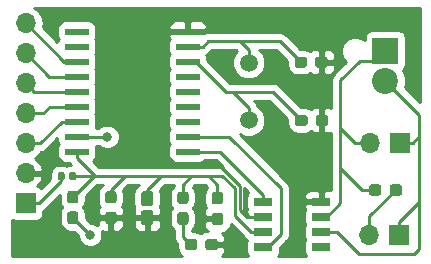
<source format=gtl>
G04 #@! TF.GenerationSoftware,KiCad,Pcbnew,(5.0.1)-4*
G04 #@! TF.CreationDate,2018-11-19T23:15:06-05:00*
G04 #@! TF.ProjectId,CAN_Bus_Arduino,43414E5F4275735F41726475696E6F2E,rev?*
G04 #@! TF.SameCoordinates,Original*
G04 #@! TF.FileFunction,Copper,L1,Top,Signal*
G04 #@! TF.FilePolarity,Positive*
%FSLAX46Y46*%
G04 Gerber Fmt 4.6, Leading zero omitted, Abs format (unit mm)*
G04 Created by KiCad (PCBNEW (5.0.1)-4) date 2018-11-19 11:15:06 PM*
%MOMM*%
%LPD*%
G01*
G04 APERTURE LIST*
G04 #@! TA.AperFunction,SMDPad,CuDef*
%ADD10R,1.600000X0.700000*%
G04 #@! TD*
G04 #@! TA.AperFunction,ComponentPad*
%ADD11R,2.200000X2.200000*%
G04 #@! TD*
G04 #@! TA.AperFunction,ComponentPad*
%ADD12C,2.200000*%
G04 #@! TD*
G04 #@! TA.AperFunction,Conductor*
%ADD13C,0.100000*%
G04 #@! TD*
G04 #@! TA.AperFunction,SMDPad,CuDef*
%ADD14C,1.050000*%
G04 #@! TD*
G04 #@! TA.AperFunction,SMDPad,CuDef*
%ADD15C,0.950000*%
G04 #@! TD*
G04 #@! TA.AperFunction,SMDPad,CuDef*
%ADD16C,0.590000*%
G04 #@! TD*
G04 #@! TA.AperFunction,ComponentPad*
%ADD17R,1.700000X1.700000*%
G04 #@! TD*
G04 #@! TA.AperFunction,ComponentPad*
%ADD18O,1.700000X1.700000*%
G04 #@! TD*
G04 #@! TA.AperFunction,SMDPad,CuDef*
%ADD19R,2.000000X0.600000*%
G04 #@! TD*
G04 #@! TA.AperFunction,ComponentPad*
%ADD20C,1.500000*%
G04 #@! TD*
G04 #@! TA.AperFunction,ViaPad*
%ADD21C,0.800000*%
G04 #@! TD*
G04 #@! TA.AperFunction,Conductor*
%ADD22C,0.250000*%
G04 #@! TD*
G04 #@! TA.AperFunction,Conductor*
%ADD23C,0.254000*%
G04 #@! TD*
G04 APERTURE END LIST*
D10*
G04 #@! TO.P,U2,3*
G04 #@! TO.N,Net-(C1-Pad2)*
X226010000Y-121185000D03*
G04 #@! TO.P,U2,2*
G04 #@! TO.N,GND*
X226010000Y-119915000D03*
G04 #@! TO.P,U2,4*
G04 #@! TO.N,Net-(U1-Pad2)*
X226010000Y-122455000D03*
G04 #@! TO.P,U2,1*
G04 #@! TO.N,Net-(U1-Pad1)*
X226010000Y-118645000D03*
G04 #@! TO.P,U2,5*
G04 #@! TO.N,Net-(U2-Pad5)*
X230940000Y-122455000D03*
G04 #@! TO.P,U2,6*
G04 #@! TO.N,Net-(J1-Pad1)*
X230940000Y-121185000D03*
G04 #@! TO.P,U2,7*
G04 #@! TO.N,Net-(J2-Pad1)*
X230940000Y-119915000D03*
G04 #@! TO.P,U2,8*
G04 #@! TO.N,GND*
X230940000Y-118645000D03*
G04 #@! TD*
D11*
G04 #@! TO.P,J2,1*
G04 #@! TO.N,Net-(J2-Pad1)*
X236347000Y-105867200D03*
D12*
G04 #@! TO.P,J2,2*
G04 #@! TO.N,Net-(J1-Pad1)*
X236347000Y-108407200D03*
G04 #@! TD*
D13*
G04 #@! TO.N,GND*
G04 #@! TO.C,C1*
G36*
X216500342Y-119368111D02*
X216524610Y-119371711D01*
X216548409Y-119377672D01*
X216571508Y-119385937D01*
X216593687Y-119396427D01*
X216614730Y-119409039D01*
X216634436Y-119423654D01*
X216652614Y-119440130D01*
X216669090Y-119458308D01*
X216683705Y-119478014D01*
X216696317Y-119499057D01*
X216706807Y-119521236D01*
X216715072Y-119544335D01*
X216721033Y-119568134D01*
X216724633Y-119592402D01*
X216725837Y-119616906D01*
X216725837Y-120366908D01*
X216724633Y-120391412D01*
X216721033Y-120415680D01*
X216715072Y-120439479D01*
X216706807Y-120462578D01*
X216696317Y-120484757D01*
X216683705Y-120505800D01*
X216669090Y-120525506D01*
X216652614Y-120543684D01*
X216634436Y-120560160D01*
X216614730Y-120574775D01*
X216593687Y-120587387D01*
X216571508Y-120597877D01*
X216548409Y-120606142D01*
X216524610Y-120612103D01*
X216500342Y-120615703D01*
X216475838Y-120616907D01*
X215925836Y-120616907D01*
X215901332Y-120615703D01*
X215877064Y-120612103D01*
X215853265Y-120606142D01*
X215830166Y-120597877D01*
X215807987Y-120587387D01*
X215786944Y-120574775D01*
X215767238Y-120560160D01*
X215749060Y-120543684D01*
X215732584Y-120525506D01*
X215717969Y-120505800D01*
X215705357Y-120484757D01*
X215694867Y-120462578D01*
X215686602Y-120439479D01*
X215680641Y-120415680D01*
X215677041Y-120391412D01*
X215675837Y-120366908D01*
X215675837Y-119616906D01*
X215677041Y-119592402D01*
X215680641Y-119568134D01*
X215686602Y-119544335D01*
X215694867Y-119521236D01*
X215705357Y-119499057D01*
X215717969Y-119478014D01*
X215732584Y-119458308D01*
X215749060Y-119440130D01*
X215767238Y-119423654D01*
X215786944Y-119409039D01*
X215807987Y-119396427D01*
X215830166Y-119385937D01*
X215853265Y-119377672D01*
X215877064Y-119371711D01*
X215901332Y-119368111D01*
X215925836Y-119366907D01*
X216475838Y-119366907D01*
X216500342Y-119368111D01*
X216500342Y-119368111D01*
G37*
D14*
G04 #@! TD*
G04 #@! TO.P,C1,1*
G04 #@! TO.N,GND*
X216200837Y-119991907D03*
D13*
G04 #@! TO.N,Net-(C1-Pad2)*
G04 #@! TO.C,C1*
G36*
X216500342Y-117768111D02*
X216524610Y-117771711D01*
X216548409Y-117777672D01*
X216571508Y-117785937D01*
X216593687Y-117796427D01*
X216614730Y-117809039D01*
X216634436Y-117823654D01*
X216652614Y-117840130D01*
X216669090Y-117858308D01*
X216683705Y-117878014D01*
X216696317Y-117899057D01*
X216706807Y-117921236D01*
X216715072Y-117944335D01*
X216721033Y-117968134D01*
X216724633Y-117992402D01*
X216725837Y-118016906D01*
X216725837Y-118766908D01*
X216724633Y-118791412D01*
X216721033Y-118815680D01*
X216715072Y-118839479D01*
X216706807Y-118862578D01*
X216696317Y-118884757D01*
X216683705Y-118905800D01*
X216669090Y-118925506D01*
X216652614Y-118943684D01*
X216634436Y-118960160D01*
X216614730Y-118974775D01*
X216593687Y-118987387D01*
X216571508Y-118997877D01*
X216548409Y-119006142D01*
X216524610Y-119012103D01*
X216500342Y-119015703D01*
X216475838Y-119016907D01*
X215925836Y-119016907D01*
X215901332Y-119015703D01*
X215877064Y-119012103D01*
X215853265Y-119006142D01*
X215830166Y-118997877D01*
X215807987Y-118987387D01*
X215786944Y-118974775D01*
X215767238Y-118960160D01*
X215749060Y-118943684D01*
X215732584Y-118925506D01*
X215717969Y-118905800D01*
X215705357Y-118884757D01*
X215694867Y-118862578D01*
X215686602Y-118839479D01*
X215680641Y-118815680D01*
X215677041Y-118791412D01*
X215675837Y-118766908D01*
X215675837Y-118016906D01*
X215677041Y-117992402D01*
X215680641Y-117968134D01*
X215686602Y-117944335D01*
X215694867Y-117921236D01*
X215705357Y-117899057D01*
X215717969Y-117878014D01*
X215732584Y-117858308D01*
X215749060Y-117840130D01*
X215767238Y-117823654D01*
X215786944Y-117809039D01*
X215807987Y-117796427D01*
X215830166Y-117785937D01*
X215853265Y-117777672D01*
X215877064Y-117771711D01*
X215901332Y-117768111D01*
X215925836Y-117766907D01*
X216475838Y-117766907D01*
X216500342Y-117768111D01*
X216500342Y-117768111D01*
G37*
D14*
G04 #@! TD*
G04 #@! TO.P,C1,2*
G04 #@! TO.N,Net-(C1-Pad2)*
X216200837Y-118391907D03*
D13*
G04 #@! TO.N,Net-(C1-Pad2)*
G04 #@! TO.C,C2*
G36*
X213388216Y-117742251D02*
X213411271Y-117745670D01*
X213433880Y-117751334D01*
X213455824Y-117759186D01*
X213476894Y-117769151D01*
X213496885Y-117781133D01*
X213515605Y-117795017D01*
X213532875Y-117810669D01*
X213548527Y-117827939D01*
X213562411Y-117846659D01*
X213574393Y-117866650D01*
X213584358Y-117887720D01*
X213592210Y-117909664D01*
X213597874Y-117932273D01*
X213601293Y-117955328D01*
X213602437Y-117978607D01*
X213602437Y-118553607D01*
X213601293Y-118576886D01*
X213597874Y-118599941D01*
X213592210Y-118622550D01*
X213584358Y-118644494D01*
X213574393Y-118665564D01*
X213562411Y-118685555D01*
X213548527Y-118704275D01*
X213532875Y-118721545D01*
X213515605Y-118737197D01*
X213496885Y-118751081D01*
X213476894Y-118763063D01*
X213455824Y-118773028D01*
X213433880Y-118780880D01*
X213411271Y-118786544D01*
X213388216Y-118789963D01*
X213364937Y-118791107D01*
X212889937Y-118791107D01*
X212866658Y-118789963D01*
X212843603Y-118786544D01*
X212820994Y-118780880D01*
X212799050Y-118773028D01*
X212777980Y-118763063D01*
X212757989Y-118751081D01*
X212739269Y-118737197D01*
X212721999Y-118721545D01*
X212706347Y-118704275D01*
X212692463Y-118685555D01*
X212680481Y-118665564D01*
X212670516Y-118644494D01*
X212662664Y-118622550D01*
X212657000Y-118599941D01*
X212653581Y-118576886D01*
X212652437Y-118553607D01*
X212652437Y-117978607D01*
X212653581Y-117955328D01*
X212657000Y-117932273D01*
X212662664Y-117909664D01*
X212670516Y-117887720D01*
X212680481Y-117866650D01*
X212692463Y-117846659D01*
X212706347Y-117827939D01*
X212721999Y-117810669D01*
X212739269Y-117795017D01*
X212757989Y-117781133D01*
X212777980Y-117769151D01*
X212799050Y-117759186D01*
X212820994Y-117751334D01*
X212843603Y-117745670D01*
X212866658Y-117742251D01*
X212889937Y-117741107D01*
X213364937Y-117741107D01*
X213388216Y-117742251D01*
X213388216Y-117742251D01*
G37*
D15*
G04 #@! TD*
G04 #@! TO.P,C2,2*
G04 #@! TO.N,Net-(C1-Pad2)*
X213127437Y-118266107D03*
D13*
G04 #@! TO.N,GND*
G04 #@! TO.C,C2*
G36*
X213388216Y-119492251D02*
X213411271Y-119495670D01*
X213433880Y-119501334D01*
X213455824Y-119509186D01*
X213476894Y-119519151D01*
X213496885Y-119531133D01*
X213515605Y-119545017D01*
X213532875Y-119560669D01*
X213548527Y-119577939D01*
X213562411Y-119596659D01*
X213574393Y-119616650D01*
X213584358Y-119637720D01*
X213592210Y-119659664D01*
X213597874Y-119682273D01*
X213601293Y-119705328D01*
X213602437Y-119728607D01*
X213602437Y-120303607D01*
X213601293Y-120326886D01*
X213597874Y-120349941D01*
X213592210Y-120372550D01*
X213584358Y-120394494D01*
X213574393Y-120415564D01*
X213562411Y-120435555D01*
X213548527Y-120454275D01*
X213532875Y-120471545D01*
X213515605Y-120487197D01*
X213496885Y-120501081D01*
X213476894Y-120513063D01*
X213455824Y-120523028D01*
X213433880Y-120530880D01*
X213411271Y-120536544D01*
X213388216Y-120539963D01*
X213364937Y-120541107D01*
X212889937Y-120541107D01*
X212866658Y-120539963D01*
X212843603Y-120536544D01*
X212820994Y-120530880D01*
X212799050Y-120523028D01*
X212777980Y-120513063D01*
X212757989Y-120501081D01*
X212739269Y-120487197D01*
X212721999Y-120471545D01*
X212706347Y-120454275D01*
X212692463Y-120435555D01*
X212680481Y-120415564D01*
X212670516Y-120394494D01*
X212662664Y-120372550D01*
X212657000Y-120349941D01*
X212653581Y-120326886D01*
X212652437Y-120303607D01*
X212652437Y-119728607D01*
X212653581Y-119705328D01*
X212657000Y-119682273D01*
X212662664Y-119659664D01*
X212670516Y-119637720D01*
X212680481Y-119616650D01*
X212692463Y-119596659D01*
X212706347Y-119577939D01*
X212721999Y-119560669D01*
X212739269Y-119545017D01*
X212757989Y-119531133D01*
X212777980Y-119519151D01*
X212799050Y-119509186D01*
X212820994Y-119501334D01*
X212843603Y-119495670D01*
X212866658Y-119492251D01*
X212889937Y-119491107D01*
X213364937Y-119491107D01*
X213388216Y-119492251D01*
X213388216Y-119492251D01*
G37*
D15*
G04 #@! TD*
G04 #@! TO.P,C2,1*
G04 #@! TO.N,GND*
X213127437Y-120016107D03*
D13*
G04 #@! TO.N,GND*
G04 #@! TO.C,C3*
G36*
X231309779Y-111286144D02*
X231332834Y-111289563D01*
X231355443Y-111295227D01*
X231377387Y-111303079D01*
X231398457Y-111313044D01*
X231418448Y-111325026D01*
X231437168Y-111338910D01*
X231454438Y-111354562D01*
X231470090Y-111371832D01*
X231483974Y-111390552D01*
X231495956Y-111410543D01*
X231505921Y-111431613D01*
X231513773Y-111453557D01*
X231519437Y-111476166D01*
X231522856Y-111499221D01*
X231524000Y-111522500D01*
X231524000Y-111997500D01*
X231522856Y-112020779D01*
X231519437Y-112043834D01*
X231513773Y-112066443D01*
X231505921Y-112088387D01*
X231495956Y-112109457D01*
X231483974Y-112129448D01*
X231470090Y-112148168D01*
X231454438Y-112165438D01*
X231437168Y-112181090D01*
X231418448Y-112194974D01*
X231398457Y-112206956D01*
X231377387Y-112216921D01*
X231355443Y-112224773D01*
X231332834Y-112230437D01*
X231309779Y-112233856D01*
X231286500Y-112235000D01*
X230711500Y-112235000D01*
X230688221Y-112233856D01*
X230665166Y-112230437D01*
X230642557Y-112224773D01*
X230620613Y-112216921D01*
X230599543Y-112206956D01*
X230579552Y-112194974D01*
X230560832Y-112181090D01*
X230543562Y-112165438D01*
X230527910Y-112148168D01*
X230514026Y-112129448D01*
X230502044Y-112109457D01*
X230492079Y-112088387D01*
X230484227Y-112066443D01*
X230478563Y-112043834D01*
X230475144Y-112020779D01*
X230474000Y-111997500D01*
X230474000Y-111522500D01*
X230475144Y-111499221D01*
X230478563Y-111476166D01*
X230484227Y-111453557D01*
X230492079Y-111431613D01*
X230502044Y-111410543D01*
X230514026Y-111390552D01*
X230527910Y-111371832D01*
X230543562Y-111354562D01*
X230560832Y-111338910D01*
X230579552Y-111325026D01*
X230599543Y-111313044D01*
X230620613Y-111303079D01*
X230642557Y-111295227D01*
X230665166Y-111289563D01*
X230688221Y-111286144D01*
X230711500Y-111285000D01*
X231286500Y-111285000D01*
X231309779Y-111286144D01*
X231309779Y-111286144D01*
G37*
D15*
G04 #@! TD*
G04 #@! TO.P,C3,1*
G04 #@! TO.N,GND*
X230999000Y-111760000D03*
D13*
G04 #@! TO.N,Net-(C3-Pad2)*
G04 #@! TO.C,C3*
G36*
X229559779Y-111286144D02*
X229582834Y-111289563D01*
X229605443Y-111295227D01*
X229627387Y-111303079D01*
X229648457Y-111313044D01*
X229668448Y-111325026D01*
X229687168Y-111338910D01*
X229704438Y-111354562D01*
X229720090Y-111371832D01*
X229733974Y-111390552D01*
X229745956Y-111410543D01*
X229755921Y-111431613D01*
X229763773Y-111453557D01*
X229769437Y-111476166D01*
X229772856Y-111499221D01*
X229774000Y-111522500D01*
X229774000Y-111997500D01*
X229772856Y-112020779D01*
X229769437Y-112043834D01*
X229763773Y-112066443D01*
X229755921Y-112088387D01*
X229745956Y-112109457D01*
X229733974Y-112129448D01*
X229720090Y-112148168D01*
X229704438Y-112165438D01*
X229687168Y-112181090D01*
X229668448Y-112194974D01*
X229648457Y-112206956D01*
X229627387Y-112216921D01*
X229605443Y-112224773D01*
X229582834Y-112230437D01*
X229559779Y-112233856D01*
X229536500Y-112235000D01*
X228961500Y-112235000D01*
X228938221Y-112233856D01*
X228915166Y-112230437D01*
X228892557Y-112224773D01*
X228870613Y-112216921D01*
X228849543Y-112206956D01*
X228829552Y-112194974D01*
X228810832Y-112181090D01*
X228793562Y-112165438D01*
X228777910Y-112148168D01*
X228764026Y-112129448D01*
X228752044Y-112109457D01*
X228742079Y-112088387D01*
X228734227Y-112066443D01*
X228728563Y-112043834D01*
X228725144Y-112020779D01*
X228724000Y-111997500D01*
X228724000Y-111522500D01*
X228725144Y-111499221D01*
X228728563Y-111476166D01*
X228734227Y-111453557D01*
X228742079Y-111431613D01*
X228752044Y-111410543D01*
X228764026Y-111390552D01*
X228777910Y-111371832D01*
X228793562Y-111354562D01*
X228810832Y-111338910D01*
X228829552Y-111325026D01*
X228849543Y-111313044D01*
X228870613Y-111303079D01*
X228892557Y-111295227D01*
X228915166Y-111289563D01*
X228938221Y-111286144D01*
X228961500Y-111285000D01*
X229536500Y-111285000D01*
X229559779Y-111286144D01*
X229559779Y-111286144D01*
G37*
D15*
G04 #@! TD*
G04 #@! TO.P,C3,2*
G04 #@! TO.N,Net-(C3-Pad2)*
X229249000Y-111760000D03*
D13*
G04 #@! TO.N,Net-(C4-Pad2)*
G04 #@! TO.C,C4*
G36*
X229508979Y-106358544D02*
X229532034Y-106361963D01*
X229554643Y-106367627D01*
X229576587Y-106375479D01*
X229597657Y-106385444D01*
X229617648Y-106397426D01*
X229636368Y-106411310D01*
X229653638Y-106426962D01*
X229669290Y-106444232D01*
X229683174Y-106462952D01*
X229695156Y-106482943D01*
X229705121Y-106504013D01*
X229712973Y-106525957D01*
X229718637Y-106548566D01*
X229722056Y-106571621D01*
X229723200Y-106594900D01*
X229723200Y-107069900D01*
X229722056Y-107093179D01*
X229718637Y-107116234D01*
X229712973Y-107138843D01*
X229705121Y-107160787D01*
X229695156Y-107181857D01*
X229683174Y-107201848D01*
X229669290Y-107220568D01*
X229653638Y-107237838D01*
X229636368Y-107253490D01*
X229617648Y-107267374D01*
X229597657Y-107279356D01*
X229576587Y-107289321D01*
X229554643Y-107297173D01*
X229532034Y-107302837D01*
X229508979Y-107306256D01*
X229485700Y-107307400D01*
X228910700Y-107307400D01*
X228887421Y-107306256D01*
X228864366Y-107302837D01*
X228841757Y-107297173D01*
X228819813Y-107289321D01*
X228798743Y-107279356D01*
X228778752Y-107267374D01*
X228760032Y-107253490D01*
X228742762Y-107237838D01*
X228727110Y-107220568D01*
X228713226Y-107201848D01*
X228701244Y-107181857D01*
X228691279Y-107160787D01*
X228683427Y-107138843D01*
X228677763Y-107116234D01*
X228674344Y-107093179D01*
X228673200Y-107069900D01*
X228673200Y-106594900D01*
X228674344Y-106571621D01*
X228677763Y-106548566D01*
X228683427Y-106525957D01*
X228691279Y-106504013D01*
X228701244Y-106482943D01*
X228713226Y-106462952D01*
X228727110Y-106444232D01*
X228742762Y-106426962D01*
X228760032Y-106411310D01*
X228778752Y-106397426D01*
X228798743Y-106385444D01*
X228819813Y-106375479D01*
X228841757Y-106367627D01*
X228864366Y-106361963D01*
X228887421Y-106358544D01*
X228910700Y-106357400D01*
X229485700Y-106357400D01*
X229508979Y-106358544D01*
X229508979Y-106358544D01*
G37*
D15*
G04 #@! TD*
G04 #@! TO.P,C4,2*
G04 #@! TO.N,Net-(C4-Pad2)*
X229198200Y-106832400D03*
D13*
G04 #@! TO.N,GND*
G04 #@! TO.C,C4*
G36*
X231258979Y-106358544D02*
X231282034Y-106361963D01*
X231304643Y-106367627D01*
X231326587Y-106375479D01*
X231347657Y-106385444D01*
X231367648Y-106397426D01*
X231386368Y-106411310D01*
X231403638Y-106426962D01*
X231419290Y-106444232D01*
X231433174Y-106462952D01*
X231445156Y-106482943D01*
X231455121Y-106504013D01*
X231462973Y-106525957D01*
X231468637Y-106548566D01*
X231472056Y-106571621D01*
X231473200Y-106594900D01*
X231473200Y-107069900D01*
X231472056Y-107093179D01*
X231468637Y-107116234D01*
X231462973Y-107138843D01*
X231455121Y-107160787D01*
X231445156Y-107181857D01*
X231433174Y-107201848D01*
X231419290Y-107220568D01*
X231403638Y-107237838D01*
X231386368Y-107253490D01*
X231367648Y-107267374D01*
X231347657Y-107279356D01*
X231326587Y-107289321D01*
X231304643Y-107297173D01*
X231282034Y-107302837D01*
X231258979Y-107306256D01*
X231235700Y-107307400D01*
X230660700Y-107307400D01*
X230637421Y-107306256D01*
X230614366Y-107302837D01*
X230591757Y-107297173D01*
X230569813Y-107289321D01*
X230548743Y-107279356D01*
X230528752Y-107267374D01*
X230510032Y-107253490D01*
X230492762Y-107237838D01*
X230477110Y-107220568D01*
X230463226Y-107201848D01*
X230451244Y-107181857D01*
X230441279Y-107160787D01*
X230433427Y-107138843D01*
X230427763Y-107116234D01*
X230424344Y-107093179D01*
X230423200Y-107069900D01*
X230423200Y-106594900D01*
X230424344Y-106571621D01*
X230427763Y-106548566D01*
X230433427Y-106525957D01*
X230441279Y-106504013D01*
X230451244Y-106482943D01*
X230463226Y-106462952D01*
X230477110Y-106444232D01*
X230492762Y-106426962D01*
X230510032Y-106411310D01*
X230528752Y-106397426D01*
X230548743Y-106385444D01*
X230569813Y-106375479D01*
X230591757Y-106367627D01*
X230614366Y-106361963D01*
X230637421Y-106358544D01*
X230660700Y-106357400D01*
X231235700Y-106357400D01*
X231258979Y-106358544D01*
X231258979Y-106358544D01*
G37*
D15*
G04 #@! TD*
G04 #@! TO.P,C4,1*
G04 #@! TO.N,GND*
X230948200Y-106832400D03*
D13*
G04 #@! TO.N,GND*
G04 #@! TO.C,C5*
G36*
X222409179Y-119578744D02*
X222432234Y-119582163D01*
X222454843Y-119587827D01*
X222476787Y-119595679D01*
X222497857Y-119605644D01*
X222517848Y-119617626D01*
X222536568Y-119631510D01*
X222553838Y-119647162D01*
X222569490Y-119664432D01*
X222583374Y-119683152D01*
X222595356Y-119703143D01*
X222605321Y-119724213D01*
X222613173Y-119746157D01*
X222618837Y-119768766D01*
X222622256Y-119791821D01*
X222623400Y-119815100D01*
X222623400Y-120390100D01*
X222622256Y-120413379D01*
X222618837Y-120436434D01*
X222613173Y-120459043D01*
X222605321Y-120480987D01*
X222595356Y-120502057D01*
X222583374Y-120522048D01*
X222569490Y-120540768D01*
X222553838Y-120558038D01*
X222536568Y-120573690D01*
X222517848Y-120587574D01*
X222497857Y-120599556D01*
X222476787Y-120609521D01*
X222454843Y-120617373D01*
X222432234Y-120623037D01*
X222409179Y-120626456D01*
X222385900Y-120627600D01*
X221910900Y-120627600D01*
X221887621Y-120626456D01*
X221864566Y-120623037D01*
X221841957Y-120617373D01*
X221820013Y-120609521D01*
X221798943Y-120599556D01*
X221778952Y-120587574D01*
X221760232Y-120573690D01*
X221742962Y-120558038D01*
X221727310Y-120540768D01*
X221713426Y-120522048D01*
X221701444Y-120502057D01*
X221691479Y-120480987D01*
X221683627Y-120459043D01*
X221677963Y-120436434D01*
X221674544Y-120413379D01*
X221673400Y-120390100D01*
X221673400Y-119815100D01*
X221674544Y-119791821D01*
X221677963Y-119768766D01*
X221683627Y-119746157D01*
X221691479Y-119724213D01*
X221701444Y-119703143D01*
X221713426Y-119683152D01*
X221727310Y-119664432D01*
X221742962Y-119647162D01*
X221760232Y-119631510D01*
X221778952Y-119617626D01*
X221798943Y-119605644D01*
X221820013Y-119595679D01*
X221841957Y-119587827D01*
X221864566Y-119582163D01*
X221887621Y-119578744D01*
X221910900Y-119577600D01*
X222385900Y-119577600D01*
X222409179Y-119578744D01*
X222409179Y-119578744D01*
G37*
D15*
G04 #@! TD*
G04 #@! TO.P,C5,1*
G04 #@! TO.N,GND*
X222148400Y-120102600D03*
D13*
G04 #@! TO.N,Net-(C1-Pad2)*
G04 #@! TO.C,C5*
G36*
X222409179Y-117828744D02*
X222432234Y-117832163D01*
X222454843Y-117837827D01*
X222476787Y-117845679D01*
X222497857Y-117855644D01*
X222517848Y-117867626D01*
X222536568Y-117881510D01*
X222553838Y-117897162D01*
X222569490Y-117914432D01*
X222583374Y-117933152D01*
X222595356Y-117953143D01*
X222605321Y-117974213D01*
X222613173Y-117996157D01*
X222618837Y-118018766D01*
X222622256Y-118041821D01*
X222623400Y-118065100D01*
X222623400Y-118640100D01*
X222622256Y-118663379D01*
X222618837Y-118686434D01*
X222613173Y-118709043D01*
X222605321Y-118730987D01*
X222595356Y-118752057D01*
X222583374Y-118772048D01*
X222569490Y-118790768D01*
X222553838Y-118808038D01*
X222536568Y-118823690D01*
X222517848Y-118837574D01*
X222497857Y-118849556D01*
X222476787Y-118859521D01*
X222454843Y-118867373D01*
X222432234Y-118873037D01*
X222409179Y-118876456D01*
X222385900Y-118877600D01*
X221910900Y-118877600D01*
X221887621Y-118876456D01*
X221864566Y-118873037D01*
X221841957Y-118867373D01*
X221820013Y-118859521D01*
X221798943Y-118849556D01*
X221778952Y-118837574D01*
X221760232Y-118823690D01*
X221742962Y-118808038D01*
X221727310Y-118790768D01*
X221713426Y-118772048D01*
X221701444Y-118752057D01*
X221691479Y-118730987D01*
X221683627Y-118709043D01*
X221677963Y-118686434D01*
X221674544Y-118663379D01*
X221673400Y-118640100D01*
X221673400Y-118065100D01*
X221674544Y-118041821D01*
X221677963Y-118018766D01*
X221683627Y-117996157D01*
X221691479Y-117974213D01*
X221701444Y-117953143D01*
X221713426Y-117933152D01*
X221727310Y-117914432D01*
X221742962Y-117897162D01*
X221760232Y-117881510D01*
X221778952Y-117867626D01*
X221798943Y-117855644D01*
X221820013Y-117845679D01*
X221841957Y-117837827D01*
X221864566Y-117832163D01*
X221887621Y-117828744D01*
X221910900Y-117827600D01*
X222385900Y-117827600D01*
X222409179Y-117828744D01*
X222409179Y-117828744D01*
G37*
D15*
G04 #@! TD*
G04 #@! TO.P,C5,2*
G04 #@! TO.N,Net-(C1-Pad2)*
X222148400Y-118352600D03*
D13*
G04 #@! TO.N,Net-(C1-Pad2)*
G04 #@! TO.C,D1*
G36*
X210044558Y-116165110D02*
X210058876Y-116167234D01*
X210072917Y-116170751D01*
X210086546Y-116175628D01*
X210099631Y-116181817D01*
X210112047Y-116189258D01*
X210123673Y-116197881D01*
X210134398Y-116207602D01*
X210144119Y-116218327D01*
X210152742Y-116229953D01*
X210160183Y-116242369D01*
X210166372Y-116255454D01*
X210171249Y-116269083D01*
X210174766Y-116283124D01*
X210176890Y-116297442D01*
X210177600Y-116311900D01*
X210177600Y-116656900D01*
X210176890Y-116671358D01*
X210174766Y-116685676D01*
X210171249Y-116699717D01*
X210166372Y-116713346D01*
X210160183Y-116726431D01*
X210152742Y-116738847D01*
X210144119Y-116750473D01*
X210134398Y-116761198D01*
X210123673Y-116770919D01*
X210112047Y-116779542D01*
X210099631Y-116786983D01*
X210086546Y-116793172D01*
X210072917Y-116798049D01*
X210058876Y-116801566D01*
X210044558Y-116803690D01*
X210030100Y-116804400D01*
X209735100Y-116804400D01*
X209720642Y-116803690D01*
X209706324Y-116801566D01*
X209692283Y-116798049D01*
X209678654Y-116793172D01*
X209665569Y-116786983D01*
X209653153Y-116779542D01*
X209641527Y-116770919D01*
X209630802Y-116761198D01*
X209621081Y-116750473D01*
X209612458Y-116738847D01*
X209605017Y-116726431D01*
X209598828Y-116713346D01*
X209593951Y-116699717D01*
X209590434Y-116685676D01*
X209588310Y-116671358D01*
X209587600Y-116656900D01*
X209587600Y-116311900D01*
X209588310Y-116297442D01*
X209590434Y-116283124D01*
X209593951Y-116269083D01*
X209598828Y-116255454D01*
X209605017Y-116242369D01*
X209612458Y-116229953D01*
X209621081Y-116218327D01*
X209630802Y-116207602D01*
X209641527Y-116197881D01*
X209653153Y-116189258D01*
X209665569Y-116181817D01*
X209678654Y-116175628D01*
X209692283Y-116170751D01*
X209706324Y-116167234D01*
X209720642Y-116165110D01*
X209735100Y-116164400D01*
X210030100Y-116164400D01*
X210044558Y-116165110D01*
X210044558Y-116165110D01*
G37*
D16*
G04 #@! TD*
G04 #@! TO.P,D1,1*
G04 #@! TO.N,Net-(C1-Pad2)*
X209882600Y-116484400D03*
D13*
G04 #@! TO.N,Net-(D1-Pad2)*
G04 #@! TO.C,D1*
G36*
X209074558Y-116165110D02*
X209088876Y-116167234D01*
X209102917Y-116170751D01*
X209116546Y-116175628D01*
X209129631Y-116181817D01*
X209142047Y-116189258D01*
X209153673Y-116197881D01*
X209164398Y-116207602D01*
X209174119Y-116218327D01*
X209182742Y-116229953D01*
X209190183Y-116242369D01*
X209196372Y-116255454D01*
X209201249Y-116269083D01*
X209204766Y-116283124D01*
X209206890Y-116297442D01*
X209207600Y-116311900D01*
X209207600Y-116656900D01*
X209206890Y-116671358D01*
X209204766Y-116685676D01*
X209201249Y-116699717D01*
X209196372Y-116713346D01*
X209190183Y-116726431D01*
X209182742Y-116738847D01*
X209174119Y-116750473D01*
X209164398Y-116761198D01*
X209153673Y-116770919D01*
X209142047Y-116779542D01*
X209129631Y-116786983D01*
X209116546Y-116793172D01*
X209102917Y-116798049D01*
X209088876Y-116801566D01*
X209074558Y-116803690D01*
X209060100Y-116804400D01*
X208765100Y-116804400D01*
X208750642Y-116803690D01*
X208736324Y-116801566D01*
X208722283Y-116798049D01*
X208708654Y-116793172D01*
X208695569Y-116786983D01*
X208683153Y-116779542D01*
X208671527Y-116770919D01*
X208660802Y-116761198D01*
X208651081Y-116750473D01*
X208642458Y-116738847D01*
X208635017Y-116726431D01*
X208628828Y-116713346D01*
X208623951Y-116699717D01*
X208620434Y-116685676D01*
X208618310Y-116671358D01*
X208617600Y-116656900D01*
X208617600Y-116311900D01*
X208618310Y-116297442D01*
X208620434Y-116283124D01*
X208623951Y-116269083D01*
X208628828Y-116255454D01*
X208635017Y-116242369D01*
X208642458Y-116229953D01*
X208651081Y-116218327D01*
X208660802Y-116207602D01*
X208671527Y-116197881D01*
X208683153Y-116189258D01*
X208695569Y-116181817D01*
X208708654Y-116175628D01*
X208722283Y-116170751D01*
X208736324Y-116167234D01*
X208750642Y-116165110D01*
X208765100Y-116164400D01*
X209060100Y-116164400D01*
X209074558Y-116165110D01*
X209074558Y-116165110D01*
G37*
D16*
G04 #@! TD*
G04 #@! TO.P,D1,2*
G04 #@! TO.N,Net-(D1-Pad2)*
X208912600Y-116484400D03*
D13*
G04 #@! TO.N,GND*
G04 #@! TO.C,D2*
G36*
X221962579Y-121801744D02*
X221985634Y-121805163D01*
X222008243Y-121810827D01*
X222030187Y-121818679D01*
X222051257Y-121828644D01*
X222071248Y-121840626D01*
X222089968Y-121854510D01*
X222107238Y-121870162D01*
X222122890Y-121887432D01*
X222136774Y-121906152D01*
X222148756Y-121926143D01*
X222158721Y-121947213D01*
X222166573Y-121969157D01*
X222172237Y-121991766D01*
X222175656Y-122014821D01*
X222176800Y-122038100D01*
X222176800Y-122513100D01*
X222175656Y-122536379D01*
X222172237Y-122559434D01*
X222166573Y-122582043D01*
X222158721Y-122603987D01*
X222148756Y-122625057D01*
X222136774Y-122645048D01*
X222122890Y-122663768D01*
X222107238Y-122681038D01*
X222089968Y-122696690D01*
X222071248Y-122710574D01*
X222051257Y-122722556D01*
X222030187Y-122732521D01*
X222008243Y-122740373D01*
X221985634Y-122746037D01*
X221962579Y-122749456D01*
X221939300Y-122750600D01*
X221364300Y-122750600D01*
X221341021Y-122749456D01*
X221317966Y-122746037D01*
X221295357Y-122740373D01*
X221273413Y-122732521D01*
X221252343Y-122722556D01*
X221232352Y-122710574D01*
X221213632Y-122696690D01*
X221196362Y-122681038D01*
X221180710Y-122663768D01*
X221166826Y-122645048D01*
X221154844Y-122625057D01*
X221144879Y-122603987D01*
X221137027Y-122582043D01*
X221131363Y-122559434D01*
X221127944Y-122536379D01*
X221126800Y-122513100D01*
X221126800Y-122038100D01*
X221127944Y-122014821D01*
X221131363Y-121991766D01*
X221137027Y-121969157D01*
X221144879Y-121947213D01*
X221154844Y-121926143D01*
X221166826Y-121906152D01*
X221180710Y-121887432D01*
X221196362Y-121870162D01*
X221213632Y-121854510D01*
X221232352Y-121840626D01*
X221252343Y-121828644D01*
X221273413Y-121818679D01*
X221295357Y-121810827D01*
X221317966Y-121805163D01*
X221341021Y-121801744D01*
X221364300Y-121800600D01*
X221939300Y-121800600D01*
X221962579Y-121801744D01*
X221962579Y-121801744D01*
G37*
D15*
G04 #@! TD*
G04 #@! TO.P,D2,1*
G04 #@! TO.N,GND*
X221651800Y-122275600D03*
D13*
G04 #@! TO.N,Net-(D2-Pad2)*
G04 #@! TO.C,D2*
G36*
X220212579Y-121801744D02*
X220235634Y-121805163D01*
X220258243Y-121810827D01*
X220280187Y-121818679D01*
X220301257Y-121828644D01*
X220321248Y-121840626D01*
X220339968Y-121854510D01*
X220357238Y-121870162D01*
X220372890Y-121887432D01*
X220386774Y-121906152D01*
X220398756Y-121926143D01*
X220408721Y-121947213D01*
X220416573Y-121969157D01*
X220422237Y-121991766D01*
X220425656Y-122014821D01*
X220426800Y-122038100D01*
X220426800Y-122513100D01*
X220425656Y-122536379D01*
X220422237Y-122559434D01*
X220416573Y-122582043D01*
X220408721Y-122603987D01*
X220398756Y-122625057D01*
X220386774Y-122645048D01*
X220372890Y-122663768D01*
X220357238Y-122681038D01*
X220339968Y-122696690D01*
X220321248Y-122710574D01*
X220301257Y-122722556D01*
X220280187Y-122732521D01*
X220258243Y-122740373D01*
X220235634Y-122746037D01*
X220212579Y-122749456D01*
X220189300Y-122750600D01*
X219614300Y-122750600D01*
X219591021Y-122749456D01*
X219567966Y-122746037D01*
X219545357Y-122740373D01*
X219523413Y-122732521D01*
X219502343Y-122722556D01*
X219482352Y-122710574D01*
X219463632Y-122696690D01*
X219446362Y-122681038D01*
X219430710Y-122663768D01*
X219416826Y-122645048D01*
X219404844Y-122625057D01*
X219394879Y-122603987D01*
X219387027Y-122582043D01*
X219381363Y-122559434D01*
X219377944Y-122536379D01*
X219376800Y-122513100D01*
X219376800Y-122038100D01*
X219377944Y-122014821D01*
X219381363Y-121991766D01*
X219387027Y-121969157D01*
X219394879Y-121947213D01*
X219404844Y-121926143D01*
X219416826Y-121906152D01*
X219430710Y-121887432D01*
X219446362Y-121870162D01*
X219463632Y-121854510D01*
X219482352Y-121840626D01*
X219502343Y-121828644D01*
X219523413Y-121818679D01*
X219545357Y-121810827D01*
X219567966Y-121805163D01*
X219591021Y-121801744D01*
X219614300Y-121800600D01*
X220189300Y-121800600D01*
X220212579Y-121801744D01*
X220212579Y-121801744D01*
G37*
D15*
G04 #@! TD*
G04 #@! TO.P,D2,2*
G04 #@! TO.N,Net-(D2-Pad2)*
X219901800Y-122275600D03*
D17*
G04 #@! TO.P,J1,1*
G04 #@! TO.N,Net-(J1-Pad1)*
X237540800Y-121462800D03*
D18*
G04 #@! TO.P,J1,2*
G04 #@! TO.N,Net-(J1-Pad2)*
X235000800Y-121462800D03*
G04 #@! TD*
G04 #@! TO.P,J3,2*
G04 #@! TO.N,Net-(J2-Pad1)*
X235026200Y-113665000D03*
D17*
G04 #@! TO.P,J3,1*
G04 #@! TO.N,Net-(J1-Pad1)*
X237566200Y-113665000D03*
G04 #@! TD*
G04 #@! TO.P,J4,1*
G04 #@! TO.N,Net-(D1-Pad2)*
X205917800Y-118770400D03*
D18*
G04 #@! TO.P,J4,2*
G04 #@! TO.N,GND*
X205917800Y-116230400D03*
G04 #@! TO.P,J4,3*
G04 #@! TO.N,Net-(J4-Pad3)*
X205917800Y-113690400D03*
G04 #@! TO.P,J4,4*
G04 #@! TO.N,Net-(J4-Pad4)*
X205917800Y-111150400D03*
G04 #@! TO.P,J4,5*
G04 #@! TO.N,Net-(J4-Pad5)*
X205917800Y-108610400D03*
G04 #@! TO.P,J4,6*
G04 #@! TO.N,Net-(J4-Pad6)*
X205917800Y-106070400D03*
G04 #@! TO.P,J4,7*
G04 #@! TO.N,Net-(J4-Pad7)*
X205917800Y-103530400D03*
G04 #@! TD*
D13*
G04 #@! TO.N,Net-(D2-Pad2)*
G04 #@! TO.C,R1*
G36*
X219484216Y-119543051D02*
X219507271Y-119546470D01*
X219529880Y-119552134D01*
X219551824Y-119559986D01*
X219572894Y-119569951D01*
X219592885Y-119581933D01*
X219611605Y-119595817D01*
X219628875Y-119611469D01*
X219644527Y-119628739D01*
X219658411Y-119647459D01*
X219670393Y-119667450D01*
X219680358Y-119688520D01*
X219688210Y-119710464D01*
X219693874Y-119733073D01*
X219697293Y-119756128D01*
X219698437Y-119779407D01*
X219698437Y-120354407D01*
X219697293Y-120377686D01*
X219693874Y-120400741D01*
X219688210Y-120423350D01*
X219680358Y-120445294D01*
X219670393Y-120466364D01*
X219658411Y-120486355D01*
X219644527Y-120505075D01*
X219628875Y-120522345D01*
X219611605Y-120537997D01*
X219592885Y-120551881D01*
X219572894Y-120563863D01*
X219551824Y-120573828D01*
X219529880Y-120581680D01*
X219507271Y-120587344D01*
X219484216Y-120590763D01*
X219460937Y-120591907D01*
X218985937Y-120591907D01*
X218962658Y-120590763D01*
X218939603Y-120587344D01*
X218916994Y-120581680D01*
X218895050Y-120573828D01*
X218873980Y-120563863D01*
X218853989Y-120551881D01*
X218835269Y-120537997D01*
X218817999Y-120522345D01*
X218802347Y-120505075D01*
X218788463Y-120486355D01*
X218776481Y-120466364D01*
X218766516Y-120445294D01*
X218758664Y-120423350D01*
X218753000Y-120400741D01*
X218749581Y-120377686D01*
X218748437Y-120354407D01*
X218748437Y-119779407D01*
X218749581Y-119756128D01*
X218753000Y-119733073D01*
X218758664Y-119710464D01*
X218766516Y-119688520D01*
X218776481Y-119667450D01*
X218788463Y-119647459D01*
X218802347Y-119628739D01*
X218817999Y-119611469D01*
X218835269Y-119595817D01*
X218853989Y-119581933D01*
X218873980Y-119569951D01*
X218895050Y-119559986D01*
X218916994Y-119552134D01*
X218939603Y-119546470D01*
X218962658Y-119543051D01*
X218985937Y-119541907D01*
X219460937Y-119541907D01*
X219484216Y-119543051D01*
X219484216Y-119543051D01*
G37*
D15*
G04 #@! TD*
G04 #@! TO.P,R1,1*
G04 #@! TO.N,Net-(D2-Pad2)*
X219223437Y-120066907D03*
D13*
G04 #@! TO.N,Net-(C1-Pad2)*
G04 #@! TO.C,R1*
G36*
X219484216Y-117793051D02*
X219507271Y-117796470D01*
X219529880Y-117802134D01*
X219551824Y-117809986D01*
X219572894Y-117819951D01*
X219592885Y-117831933D01*
X219611605Y-117845817D01*
X219628875Y-117861469D01*
X219644527Y-117878739D01*
X219658411Y-117897459D01*
X219670393Y-117917450D01*
X219680358Y-117938520D01*
X219688210Y-117960464D01*
X219693874Y-117983073D01*
X219697293Y-118006128D01*
X219698437Y-118029407D01*
X219698437Y-118604407D01*
X219697293Y-118627686D01*
X219693874Y-118650741D01*
X219688210Y-118673350D01*
X219680358Y-118695294D01*
X219670393Y-118716364D01*
X219658411Y-118736355D01*
X219644527Y-118755075D01*
X219628875Y-118772345D01*
X219611605Y-118787997D01*
X219592885Y-118801881D01*
X219572894Y-118813863D01*
X219551824Y-118823828D01*
X219529880Y-118831680D01*
X219507271Y-118837344D01*
X219484216Y-118840763D01*
X219460937Y-118841907D01*
X218985937Y-118841907D01*
X218962658Y-118840763D01*
X218939603Y-118837344D01*
X218916994Y-118831680D01*
X218895050Y-118823828D01*
X218873980Y-118813863D01*
X218853989Y-118801881D01*
X218835269Y-118787997D01*
X218817999Y-118772345D01*
X218802347Y-118755075D01*
X218788463Y-118736355D01*
X218776481Y-118716364D01*
X218766516Y-118695294D01*
X218758664Y-118673350D01*
X218753000Y-118650741D01*
X218749581Y-118627686D01*
X218748437Y-118604407D01*
X218748437Y-118029407D01*
X218749581Y-118006128D01*
X218753000Y-117983073D01*
X218758664Y-117960464D01*
X218766516Y-117938520D01*
X218776481Y-117917450D01*
X218788463Y-117897459D01*
X218802347Y-117878739D01*
X218817999Y-117861469D01*
X218835269Y-117845817D01*
X218853989Y-117831933D01*
X218873980Y-117819951D01*
X218895050Y-117809986D01*
X218916994Y-117802134D01*
X218939603Y-117796470D01*
X218962658Y-117793051D01*
X218985937Y-117791907D01*
X219460937Y-117791907D01*
X219484216Y-117793051D01*
X219484216Y-117793051D01*
G37*
D15*
G04 #@! TD*
G04 #@! TO.P,R1,2*
G04 #@! TO.N,Net-(C1-Pad2)*
X219223437Y-118316907D03*
D13*
G04 #@! TO.N,Net-(J2-Pad1)*
G04 #@! TO.C,R2*
G36*
X235808179Y-117178944D02*
X235831234Y-117182363D01*
X235853843Y-117188027D01*
X235875787Y-117195879D01*
X235896857Y-117205844D01*
X235916848Y-117217826D01*
X235935568Y-117231710D01*
X235952838Y-117247362D01*
X235968490Y-117264632D01*
X235982374Y-117283352D01*
X235994356Y-117303343D01*
X236004321Y-117324413D01*
X236012173Y-117346357D01*
X236017837Y-117368966D01*
X236021256Y-117392021D01*
X236022400Y-117415300D01*
X236022400Y-117890300D01*
X236021256Y-117913579D01*
X236017837Y-117936634D01*
X236012173Y-117959243D01*
X236004321Y-117981187D01*
X235994356Y-118002257D01*
X235982374Y-118022248D01*
X235968490Y-118040968D01*
X235952838Y-118058238D01*
X235935568Y-118073890D01*
X235916848Y-118087774D01*
X235896857Y-118099756D01*
X235875787Y-118109721D01*
X235853843Y-118117573D01*
X235831234Y-118123237D01*
X235808179Y-118126656D01*
X235784900Y-118127800D01*
X235209900Y-118127800D01*
X235186621Y-118126656D01*
X235163566Y-118123237D01*
X235140957Y-118117573D01*
X235119013Y-118109721D01*
X235097943Y-118099756D01*
X235077952Y-118087774D01*
X235059232Y-118073890D01*
X235041962Y-118058238D01*
X235026310Y-118040968D01*
X235012426Y-118022248D01*
X235000444Y-118002257D01*
X234990479Y-117981187D01*
X234982627Y-117959243D01*
X234976963Y-117936634D01*
X234973544Y-117913579D01*
X234972400Y-117890300D01*
X234972400Y-117415300D01*
X234973544Y-117392021D01*
X234976963Y-117368966D01*
X234982627Y-117346357D01*
X234990479Y-117324413D01*
X235000444Y-117303343D01*
X235012426Y-117283352D01*
X235026310Y-117264632D01*
X235041962Y-117247362D01*
X235059232Y-117231710D01*
X235077952Y-117217826D01*
X235097943Y-117205844D01*
X235119013Y-117195879D01*
X235140957Y-117188027D01*
X235163566Y-117182363D01*
X235186621Y-117178944D01*
X235209900Y-117177800D01*
X235784900Y-117177800D01*
X235808179Y-117178944D01*
X235808179Y-117178944D01*
G37*
D15*
G04 #@! TD*
G04 #@! TO.P,R2,1*
G04 #@! TO.N,Net-(J2-Pad1)*
X235497400Y-117652800D03*
D13*
G04 #@! TO.N,Net-(J1-Pad2)*
G04 #@! TO.C,R2*
G36*
X237558179Y-117178944D02*
X237581234Y-117182363D01*
X237603843Y-117188027D01*
X237625787Y-117195879D01*
X237646857Y-117205844D01*
X237666848Y-117217826D01*
X237685568Y-117231710D01*
X237702838Y-117247362D01*
X237718490Y-117264632D01*
X237732374Y-117283352D01*
X237744356Y-117303343D01*
X237754321Y-117324413D01*
X237762173Y-117346357D01*
X237767837Y-117368966D01*
X237771256Y-117392021D01*
X237772400Y-117415300D01*
X237772400Y-117890300D01*
X237771256Y-117913579D01*
X237767837Y-117936634D01*
X237762173Y-117959243D01*
X237754321Y-117981187D01*
X237744356Y-118002257D01*
X237732374Y-118022248D01*
X237718490Y-118040968D01*
X237702838Y-118058238D01*
X237685568Y-118073890D01*
X237666848Y-118087774D01*
X237646857Y-118099756D01*
X237625787Y-118109721D01*
X237603843Y-118117573D01*
X237581234Y-118123237D01*
X237558179Y-118126656D01*
X237534900Y-118127800D01*
X236959900Y-118127800D01*
X236936621Y-118126656D01*
X236913566Y-118123237D01*
X236890957Y-118117573D01*
X236869013Y-118109721D01*
X236847943Y-118099756D01*
X236827952Y-118087774D01*
X236809232Y-118073890D01*
X236791962Y-118058238D01*
X236776310Y-118040968D01*
X236762426Y-118022248D01*
X236750444Y-118002257D01*
X236740479Y-117981187D01*
X236732627Y-117959243D01*
X236726963Y-117936634D01*
X236723544Y-117913579D01*
X236722400Y-117890300D01*
X236722400Y-117415300D01*
X236723544Y-117392021D01*
X236726963Y-117368966D01*
X236732627Y-117346357D01*
X236740479Y-117324413D01*
X236750444Y-117303343D01*
X236762426Y-117283352D01*
X236776310Y-117264632D01*
X236791962Y-117247362D01*
X236809232Y-117231710D01*
X236827952Y-117217826D01*
X236847943Y-117205844D01*
X236869013Y-117195879D01*
X236890957Y-117188027D01*
X236913566Y-117182363D01*
X236936621Y-117178944D01*
X236959900Y-117177800D01*
X237534900Y-117177800D01*
X237558179Y-117178944D01*
X237558179Y-117178944D01*
G37*
D15*
G04 #@! TD*
G04 #@! TO.P,R2,2*
G04 #@! TO.N,Net-(J1-Pad2)*
X237247400Y-117652800D03*
D13*
G04 #@! TO.N,Net-(C1-Pad2)*
G04 #@! TO.C,R3*
G36*
X210166379Y-117727144D02*
X210189434Y-117730563D01*
X210212043Y-117736227D01*
X210233987Y-117744079D01*
X210255057Y-117754044D01*
X210275048Y-117766026D01*
X210293768Y-117779910D01*
X210311038Y-117795562D01*
X210326690Y-117812832D01*
X210340574Y-117831552D01*
X210352556Y-117851543D01*
X210362521Y-117872613D01*
X210370373Y-117894557D01*
X210376037Y-117917166D01*
X210379456Y-117940221D01*
X210380600Y-117963500D01*
X210380600Y-118538500D01*
X210379456Y-118561779D01*
X210376037Y-118584834D01*
X210370373Y-118607443D01*
X210362521Y-118629387D01*
X210352556Y-118650457D01*
X210340574Y-118670448D01*
X210326690Y-118689168D01*
X210311038Y-118706438D01*
X210293768Y-118722090D01*
X210275048Y-118735974D01*
X210255057Y-118747956D01*
X210233987Y-118757921D01*
X210212043Y-118765773D01*
X210189434Y-118771437D01*
X210166379Y-118774856D01*
X210143100Y-118776000D01*
X209668100Y-118776000D01*
X209644821Y-118774856D01*
X209621766Y-118771437D01*
X209599157Y-118765773D01*
X209577213Y-118757921D01*
X209556143Y-118747956D01*
X209536152Y-118735974D01*
X209517432Y-118722090D01*
X209500162Y-118706438D01*
X209484510Y-118689168D01*
X209470626Y-118670448D01*
X209458644Y-118650457D01*
X209448679Y-118629387D01*
X209440827Y-118607443D01*
X209435163Y-118584834D01*
X209431744Y-118561779D01*
X209430600Y-118538500D01*
X209430600Y-117963500D01*
X209431744Y-117940221D01*
X209435163Y-117917166D01*
X209440827Y-117894557D01*
X209448679Y-117872613D01*
X209458644Y-117851543D01*
X209470626Y-117831552D01*
X209484510Y-117812832D01*
X209500162Y-117795562D01*
X209517432Y-117779910D01*
X209536152Y-117766026D01*
X209556143Y-117754044D01*
X209577213Y-117744079D01*
X209599157Y-117736227D01*
X209621766Y-117730563D01*
X209644821Y-117727144D01*
X209668100Y-117726000D01*
X210143100Y-117726000D01*
X210166379Y-117727144D01*
X210166379Y-117727144D01*
G37*
D15*
G04 #@! TD*
G04 #@! TO.P,R3,2*
G04 #@! TO.N,Net-(C1-Pad2)*
X209905600Y-118251000D03*
D13*
G04 #@! TO.N,Net-(R3-Pad1)*
G04 #@! TO.C,R3*
G36*
X210166379Y-119477144D02*
X210189434Y-119480563D01*
X210212043Y-119486227D01*
X210233987Y-119494079D01*
X210255057Y-119504044D01*
X210275048Y-119516026D01*
X210293768Y-119529910D01*
X210311038Y-119545562D01*
X210326690Y-119562832D01*
X210340574Y-119581552D01*
X210352556Y-119601543D01*
X210362521Y-119622613D01*
X210370373Y-119644557D01*
X210376037Y-119667166D01*
X210379456Y-119690221D01*
X210380600Y-119713500D01*
X210380600Y-120288500D01*
X210379456Y-120311779D01*
X210376037Y-120334834D01*
X210370373Y-120357443D01*
X210362521Y-120379387D01*
X210352556Y-120400457D01*
X210340574Y-120420448D01*
X210326690Y-120439168D01*
X210311038Y-120456438D01*
X210293768Y-120472090D01*
X210275048Y-120485974D01*
X210255057Y-120497956D01*
X210233987Y-120507921D01*
X210212043Y-120515773D01*
X210189434Y-120521437D01*
X210166379Y-120524856D01*
X210143100Y-120526000D01*
X209668100Y-120526000D01*
X209644821Y-120524856D01*
X209621766Y-120521437D01*
X209599157Y-120515773D01*
X209577213Y-120507921D01*
X209556143Y-120497956D01*
X209536152Y-120485974D01*
X209517432Y-120472090D01*
X209500162Y-120456438D01*
X209484510Y-120439168D01*
X209470626Y-120420448D01*
X209458644Y-120400457D01*
X209448679Y-120379387D01*
X209440827Y-120357443D01*
X209435163Y-120334834D01*
X209431744Y-120311779D01*
X209430600Y-120288500D01*
X209430600Y-119713500D01*
X209431744Y-119690221D01*
X209435163Y-119667166D01*
X209440827Y-119644557D01*
X209448679Y-119622613D01*
X209458644Y-119601543D01*
X209470626Y-119581552D01*
X209484510Y-119562832D01*
X209500162Y-119545562D01*
X209517432Y-119529910D01*
X209536152Y-119516026D01*
X209556143Y-119504044D01*
X209577213Y-119494079D01*
X209599157Y-119486227D01*
X209621766Y-119480563D01*
X209644821Y-119477144D01*
X209668100Y-119476000D01*
X210143100Y-119476000D01*
X210166379Y-119477144D01*
X210166379Y-119477144D01*
G37*
D15*
G04 #@! TD*
G04 #@! TO.P,R3,1*
G04 #@! TO.N,Net-(R3-Pad1)*
X209905600Y-120001000D03*
D19*
G04 #@! TO.P,U1,1*
G04 #@! TO.N,Net-(U1-Pad1)*
X219634800Y-114401600D03*
G04 #@! TO.P,U1,2*
G04 #@! TO.N,Net-(U1-Pad2)*
X219634800Y-113131600D03*
G04 #@! TO.P,U1,3*
G04 #@! TO.N,Net-(U1-Pad3)*
X219634800Y-111861600D03*
G04 #@! TO.P,U1,4*
G04 #@! TO.N,Net-(U1-Pad4)*
X219634800Y-110591600D03*
G04 #@! TO.P,U1,5*
G04 #@! TO.N,Net-(U1-Pad5)*
X219634800Y-109321600D03*
G04 #@! TO.P,U1,6*
G04 #@! TO.N,Net-(U1-Pad6)*
X219634800Y-108051600D03*
G04 #@! TO.P,U1,7*
G04 #@! TO.N,Net-(C3-Pad2)*
X219634800Y-106781600D03*
G04 #@! TO.P,U1,8*
G04 #@! TO.N,Net-(C4-Pad2)*
X219634800Y-105511600D03*
G04 #@! TO.P,U1,9*
G04 #@! TO.N,GND*
X219634800Y-104241600D03*
G04 #@! TO.P,U1,10*
G04 #@! TO.N,Net-(U1-Pad10)*
X210234800Y-104241600D03*
G04 #@! TO.P,U1,11*
G04 #@! TO.N,Net-(U1-Pad11)*
X210234800Y-105511600D03*
G04 #@! TO.P,U1,12*
G04 #@! TO.N,Net-(J4-Pad7)*
X210234800Y-106781600D03*
G04 #@! TO.P,U1,13*
G04 #@! TO.N,Net-(J4-Pad6)*
X210234800Y-108051600D03*
G04 #@! TO.P,U1,14*
G04 #@! TO.N,Net-(J4-Pad5)*
X210234800Y-109321600D03*
G04 #@! TO.P,U1,15*
G04 #@! TO.N,Net-(J4-Pad4)*
X210234800Y-110591600D03*
G04 #@! TO.P,U1,16*
G04 #@! TO.N,Net-(J4-Pad3)*
X210234800Y-111861600D03*
G04 #@! TO.P,U1,17*
G04 #@! TO.N,Net-(R3-Pad1)*
X210234800Y-113131600D03*
G04 #@! TO.P,U1,18*
G04 #@! TO.N,Net-(C1-Pad2)*
X210234800Y-114401600D03*
G04 #@! TD*
D20*
G04 #@! TO.P,Y1,1*
G04 #@! TO.N,Net-(C3-Pad2)*
X224790000Y-111760000D03*
G04 #@! TO.P,Y1,2*
G04 #@! TO.N,Net-(C4-Pad2)*
X224790000Y-106880000D03*
G04 #@! TD*
D21*
G04 #@! TO.N,GND*
X208407000Y-102641400D03*
X221462600Y-102590600D03*
X238683800Y-102895400D03*
X229844600Y-102590600D03*
X230098600Y-109347000D03*
X230149400Y-115392200D03*
X207900000Y-115100000D03*
X211400000Y-119100000D03*
X207700000Y-121700000D03*
X216100000Y-121800000D03*
X220700000Y-119700000D03*
X223400000Y-122200000D03*
X216700000Y-113500000D03*
X216700000Y-105600000D03*
X228725000Y-122425000D03*
G04 #@! TO.N,Net-(R3-Pad1)*
X211378800Y-121462800D03*
X212826600Y-113157000D03*
G04 #@! TD*
D22*
G04 #@! TO.N,GND*
X224622200Y-119915000D02*
X226010000Y-119915000D01*
X224046210Y-119339010D02*
X224622200Y-119915000D01*
X222206810Y-115500000D02*
X224046209Y-117339399D01*
X224046209Y-117339399D02*
X224046210Y-119339010D01*
G04 #@! TO.N,Net-(C1-Pad2)*
X209905600Y-118251000D02*
X211672200Y-116484400D01*
X211672200Y-116484400D02*
X211963000Y-116484400D01*
X209882600Y-116484400D02*
X211963000Y-116484400D01*
X211767600Y-116484400D02*
X211963000Y-116484400D01*
X210234800Y-114951600D02*
X211767600Y-116484400D01*
X210234800Y-114401600D02*
X210234800Y-114951600D01*
X213127437Y-118266107D02*
X213127437Y-117641107D01*
X213127437Y-117641107D02*
X214284144Y-116484400D01*
X211963000Y-116484400D02*
X214655400Y-116484400D01*
X217383344Y-116484400D02*
X218059000Y-116484400D01*
X216200837Y-117666907D02*
X217383344Y-116484400D01*
X216200837Y-118391907D02*
X216200837Y-117666907D01*
X214655400Y-116484400D02*
X218059000Y-116484400D01*
X219223437Y-117199563D02*
X219938600Y-116484400D01*
X219223437Y-118316907D02*
X219223437Y-117199563D01*
X218059000Y-116484400D02*
X219938600Y-116484400D01*
X222148400Y-118352600D02*
X222148400Y-117195600D01*
X222148400Y-117195600D02*
X221437200Y-116484400D01*
X219938600Y-116484400D02*
X221437200Y-116484400D01*
X224960000Y-121185000D02*
X226010000Y-121185000D01*
X223596200Y-119821200D02*
X224960000Y-121185000D01*
X223596200Y-117525800D02*
X223596200Y-119821200D01*
X222554800Y-116484400D02*
X223596200Y-117525800D01*
X221437200Y-116484400D02*
X222554800Y-116484400D01*
G04 #@! TO.N,Net-(C3-Pad2)*
X220334800Y-106781600D02*
X222900200Y-109347000D01*
X219634800Y-106781600D02*
X220334800Y-106781600D01*
X226836000Y-109347000D02*
X229249000Y-111760000D01*
X223437660Y-109347000D02*
X223316800Y-109347000D01*
X224790000Y-111760000D02*
X224790000Y-110699340D01*
X223316800Y-109347000D02*
X226836000Y-109347000D01*
X224790000Y-110699340D02*
X223437660Y-109347000D01*
X222900200Y-109347000D02*
X223316800Y-109347000D01*
G04 #@! TO.N,Net-(C4-Pad2)*
X229150600Y-106880000D02*
X229198200Y-106832400D01*
X227420200Y-105054400D02*
X229198200Y-106832400D01*
X220884800Y-105511600D02*
X221342000Y-105054400D01*
X219634800Y-105511600D02*
X220884800Y-105511600D01*
X224790000Y-105819340D02*
X224025060Y-105054400D01*
X224025060Y-105054400D02*
X223240600Y-105054400D01*
X224790000Y-106880000D02*
X224790000Y-105819340D01*
X223240600Y-105054400D02*
X227420200Y-105054400D01*
X221342000Y-105054400D02*
X223240600Y-105054400D01*
G04 #@! TO.N,Net-(D1-Pad2)*
X207017800Y-118770400D02*
X208912600Y-116875600D01*
X208912600Y-116875600D02*
X208912600Y-116484400D01*
X205917800Y-118770400D02*
X207017800Y-118770400D01*
G04 #@! TO.N,Net-(D2-Pad2)*
X219223437Y-121597237D02*
X219901800Y-122275600D01*
X219223437Y-120066907D02*
X219223437Y-121597237D01*
G04 #@! TO.N,Net-(J1-Pad1)*
X236347000Y-108407200D02*
X239242600Y-111302800D01*
X239242600Y-122631200D02*
X238785400Y-123088400D01*
X238785400Y-123088400D02*
X234137200Y-123088400D01*
X239242600Y-118661000D02*
X239242600Y-118414800D01*
X237540800Y-120362800D02*
X239242600Y-118661000D01*
X239242600Y-118414800D02*
X239242600Y-122631200D01*
X237540800Y-121462800D02*
X237540800Y-120362800D01*
X237566200Y-113665000D02*
X238666200Y-113665000D01*
X239242600Y-112471200D02*
X239242600Y-118414800D01*
X239242600Y-113088600D02*
X239242600Y-112471200D01*
X238666200Y-113665000D02*
X239242600Y-113088600D01*
X239242600Y-111302800D02*
X239242600Y-112471200D01*
X232233800Y-121185000D02*
X230940000Y-121185000D01*
X234137200Y-123088400D02*
X232233800Y-121185000D01*
G04 #@! TO.N,Net-(J1-Pad2)*
X235000800Y-119899400D02*
X237247400Y-117652800D01*
X235000800Y-121462800D02*
X235000800Y-119899400D01*
G04 #@! TO.N,Net-(J2-Pad1)*
X234176997Y-106742201D02*
X232537000Y-108382198D01*
X235471999Y-106742201D02*
X234176997Y-106742201D01*
X236347000Y-105867200D02*
X235471999Y-106742201D01*
X231267400Y-119710200D02*
X230567400Y-119710200D01*
X235497400Y-117652800D02*
X234391200Y-117652800D01*
X234391200Y-117652800D02*
X232537000Y-115798600D01*
X233824119Y-113665000D02*
X232537000Y-112377881D01*
X232537000Y-112377881D02*
X232537000Y-110490000D01*
X235026200Y-113665000D02*
X233824119Y-113665000D01*
X232537000Y-110490000D02*
X232537000Y-115798600D01*
X232537000Y-108382198D02*
X232537000Y-110490000D01*
X231390000Y-119915000D02*
X230940000Y-119915000D01*
X232537000Y-118768000D02*
X231390000Y-119915000D01*
X232537000Y-115798600D02*
X232537000Y-118768000D01*
G04 #@! TO.N,Net-(J4-Pad3)*
X208984800Y-111861600D02*
X210234800Y-111861600D01*
X208948681Y-111861600D02*
X208984800Y-111861600D01*
X207119881Y-113690400D02*
X208948681Y-111861600D01*
X205917800Y-113690400D02*
X207119881Y-113690400D01*
G04 #@! TO.N,Net-(J4-Pad4)*
X205917800Y-111150400D02*
X207391000Y-111150400D01*
X207949800Y-110591600D02*
X210234800Y-110591600D01*
X207391000Y-111150400D02*
X207949800Y-110591600D01*
G04 #@! TO.N,Net-(J4-Pad5)*
X206629000Y-109321600D02*
X210234800Y-109321600D01*
X205917800Y-108610400D02*
X206629000Y-109321600D01*
G04 #@! TO.N,Net-(J4-Pad6)*
X207899000Y-108051600D02*
X210234800Y-108051600D01*
X205917800Y-106070400D02*
X207899000Y-108051600D01*
G04 #@! TO.N,Net-(J4-Pad7)*
X209169000Y-106781600D02*
X210234800Y-106781600D01*
X205917800Y-103530400D02*
X209169000Y-106781600D01*
G04 #@! TO.N,Net-(R3-Pad1)*
X209917000Y-120001000D02*
X211378800Y-121462800D01*
X209905600Y-120001000D02*
X209917000Y-120001000D01*
X210260200Y-113157000D02*
X210234800Y-113131600D01*
X212826600Y-113157000D02*
X210260200Y-113157000D01*
G04 #@! TO.N,Net-(U1-Pad1)*
X226010000Y-118045000D02*
X226010000Y-118645000D01*
X222366600Y-114401600D02*
X226010000Y-118045000D01*
X219634800Y-114401600D02*
X222366600Y-114401600D01*
G04 #@! TO.N,Net-(U1-Pad2)*
X223139000Y-113131600D02*
X219634800Y-113131600D01*
X227507800Y-117500400D02*
X223139000Y-113131600D01*
X226460000Y-122455000D02*
X226010000Y-122455000D01*
X227507800Y-121407200D02*
X226460000Y-122455000D01*
X227507800Y-117500400D02*
X227507800Y-121407200D01*
G04 #@! TD*
D23*
G04 #@! TO.N,GND*
G36*
X224369673Y-121669476D02*
X224412071Y-121732929D01*
X224475524Y-121775327D01*
X224475526Y-121775329D01*
X224499170Y-121791127D01*
X224610232Y-121865336D01*
X224562560Y-122105000D01*
X224562560Y-122805000D01*
X224611843Y-123052765D01*
X224752191Y-123262809D01*
X224755470Y-123265000D01*
X222560425Y-123265000D01*
X222715127Y-123110299D01*
X222811800Y-122876910D01*
X222811800Y-122561350D01*
X222653050Y-122402600D01*
X221778800Y-122402600D01*
X221778800Y-122422600D01*
X221524800Y-122422600D01*
X221524800Y-122402600D01*
X221504800Y-122402600D01*
X221504800Y-122148600D01*
X221524800Y-122148600D01*
X221524800Y-122128600D01*
X221778800Y-122128600D01*
X221778800Y-122148600D01*
X222653050Y-122148600D01*
X222811800Y-121989850D01*
X222811800Y-121674290D01*
X222715127Y-121440901D01*
X222536825Y-121262600D01*
X222749710Y-121262600D01*
X222983099Y-121165927D01*
X223161727Y-120987298D01*
X223258400Y-120753909D01*
X223258400Y-120558201D01*
X224369673Y-121669476D01*
X224369673Y-121669476D01*
G37*
X224369673Y-121669476D02*
X224412071Y-121732929D01*
X224475524Y-121775327D01*
X224475526Y-121775329D01*
X224499170Y-121791127D01*
X224610232Y-121865336D01*
X224562560Y-122105000D01*
X224562560Y-122805000D01*
X224611843Y-123052765D01*
X224752191Y-123262809D01*
X224755470Y-123265000D01*
X222560425Y-123265000D01*
X222715127Y-123110299D01*
X222811800Y-122876910D01*
X222811800Y-122561350D01*
X222653050Y-122402600D01*
X221778800Y-122402600D01*
X221778800Y-122422600D01*
X221524800Y-122422600D01*
X221524800Y-122402600D01*
X221504800Y-122402600D01*
X221504800Y-122148600D01*
X221524800Y-122148600D01*
X221524800Y-122128600D01*
X221778800Y-122128600D01*
X221778800Y-122148600D01*
X222653050Y-122148600D01*
X222811800Y-121989850D01*
X222811800Y-121674290D01*
X222715127Y-121440901D01*
X222536825Y-121262600D01*
X222749710Y-121262600D01*
X222983099Y-121165927D01*
X223161727Y-120987298D01*
X223258400Y-120753909D01*
X223258400Y-120558201D01*
X224369673Y-121669476D01*
G36*
X212264190Y-117352860D02*
X212072359Y-117639955D01*
X212004997Y-117978607D01*
X212004997Y-118553607D01*
X212072359Y-118892259D01*
X212184872Y-119060647D01*
X212114110Y-119131409D01*
X212017437Y-119364798D01*
X212017437Y-119730357D01*
X212176187Y-119889107D01*
X213000437Y-119889107D01*
X213000437Y-119869107D01*
X213254437Y-119869107D01*
X213254437Y-119889107D01*
X214078687Y-119889107D01*
X214237437Y-119730357D01*
X214237437Y-119364798D01*
X214140764Y-119131409D01*
X214070002Y-119060647D01*
X214182515Y-118892259D01*
X214249877Y-118553607D01*
X214249877Y-117978607D01*
X214185978Y-117657367D01*
X214598946Y-117244400D01*
X215497664Y-117244400D01*
X215291251Y-117382321D01*
X215096710Y-117673471D01*
X215028397Y-118016906D01*
X215028397Y-118766908D01*
X215096087Y-119107212D01*
X215040837Y-119240598D01*
X215040837Y-119706157D01*
X215199587Y-119864907D01*
X216073837Y-119864907D01*
X216073837Y-119844907D01*
X216327837Y-119844907D01*
X216327837Y-119864907D01*
X217202087Y-119864907D01*
X217360837Y-119706157D01*
X217360837Y-119240598D01*
X217305587Y-119107212D01*
X217373277Y-118766908D01*
X217373277Y-118016906D01*
X217304964Y-117673471D01*
X217290589Y-117651957D01*
X217698147Y-117244400D01*
X218457468Y-117244400D01*
X218463438Y-117274414D01*
X218463438Y-117334672D01*
X218360190Y-117403660D01*
X218168359Y-117690755D01*
X218100997Y-118029407D01*
X218100997Y-118604407D01*
X218168359Y-118943059D01*
X218334634Y-119191907D01*
X218168359Y-119440755D01*
X218100997Y-119779407D01*
X218100997Y-120354407D01*
X218168359Y-120693059D01*
X218360190Y-120980154D01*
X218463438Y-121049142D01*
X218463438Y-121522386D01*
X218448549Y-121597237D01*
X218507534Y-121893774D01*
X218614012Y-122053129D01*
X218675509Y-122145166D01*
X218729360Y-122181148D01*
X218729360Y-122513100D01*
X218796722Y-122851752D01*
X218988553Y-123138847D01*
X219177354Y-123265000D01*
X204735000Y-123265000D01*
X204735000Y-120161738D01*
X204820035Y-120218557D01*
X205067800Y-120267840D01*
X206767800Y-120267840D01*
X207015565Y-120218557D01*
X207225609Y-120078209D01*
X207365957Y-119868165D01*
X207415240Y-119620400D01*
X207415240Y-119418883D01*
X207565729Y-119318329D01*
X207608131Y-119254870D01*
X208783160Y-118079842D01*
X208783160Y-118538500D01*
X208850522Y-118877152D01*
X209016797Y-119126000D01*
X208850522Y-119374848D01*
X208783160Y-119713500D01*
X208783160Y-120288500D01*
X208850522Y-120627152D01*
X209042353Y-120914247D01*
X209329448Y-121106078D01*
X209668100Y-121173440D01*
X210014638Y-121173440D01*
X210343800Y-121502602D01*
X210343800Y-121668674D01*
X210501369Y-122049080D01*
X210792520Y-122340231D01*
X211172926Y-122497800D01*
X211584674Y-122497800D01*
X211965080Y-122340231D01*
X212256231Y-122049080D01*
X212413800Y-121668674D01*
X212413800Y-121256926D01*
X212350127Y-121103205D01*
X212526127Y-121176107D01*
X212841687Y-121176107D01*
X213000437Y-121017357D01*
X213000437Y-120143107D01*
X213254437Y-120143107D01*
X213254437Y-121017357D01*
X213413187Y-121176107D01*
X213728747Y-121176107D01*
X213962136Y-121079434D01*
X214140764Y-120900805D01*
X214237437Y-120667416D01*
X214237437Y-120301857D01*
X214213237Y-120277657D01*
X215040837Y-120277657D01*
X215040837Y-120743216D01*
X215137510Y-120976605D01*
X215316138Y-121155234D01*
X215549527Y-121251907D01*
X215915087Y-121251907D01*
X216073837Y-121093157D01*
X216073837Y-120118907D01*
X216327837Y-120118907D01*
X216327837Y-121093157D01*
X216486587Y-121251907D01*
X216852147Y-121251907D01*
X217085536Y-121155234D01*
X217264164Y-120976605D01*
X217360837Y-120743216D01*
X217360837Y-120277657D01*
X217202087Y-120118907D01*
X216327837Y-120118907D01*
X216073837Y-120118907D01*
X215199587Y-120118907D01*
X215040837Y-120277657D01*
X214213237Y-120277657D01*
X214078687Y-120143107D01*
X213254437Y-120143107D01*
X213000437Y-120143107D01*
X212176187Y-120143107D01*
X212017437Y-120301857D01*
X212017437Y-120637726D01*
X211965080Y-120585369D01*
X211584674Y-120427800D01*
X211418602Y-120427800D01*
X211028040Y-120037238D01*
X211028040Y-119713500D01*
X210960678Y-119374848D01*
X210794403Y-119126000D01*
X210960678Y-118877152D01*
X211028040Y-118538500D01*
X211028040Y-118203361D01*
X211987002Y-117244400D01*
X212426512Y-117244400D01*
X212264190Y-117352860D01*
X212264190Y-117352860D01*
G37*
X212264190Y-117352860D02*
X212072359Y-117639955D01*
X212004997Y-117978607D01*
X212004997Y-118553607D01*
X212072359Y-118892259D01*
X212184872Y-119060647D01*
X212114110Y-119131409D01*
X212017437Y-119364798D01*
X212017437Y-119730357D01*
X212176187Y-119889107D01*
X213000437Y-119889107D01*
X213000437Y-119869107D01*
X213254437Y-119869107D01*
X213254437Y-119889107D01*
X214078687Y-119889107D01*
X214237437Y-119730357D01*
X214237437Y-119364798D01*
X214140764Y-119131409D01*
X214070002Y-119060647D01*
X214182515Y-118892259D01*
X214249877Y-118553607D01*
X214249877Y-117978607D01*
X214185978Y-117657367D01*
X214598946Y-117244400D01*
X215497664Y-117244400D01*
X215291251Y-117382321D01*
X215096710Y-117673471D01*
X215028397Y-118016906D01*
X215028397Y-118766908D01*
X215096087Y-119107212D01*
X215040837Y-119240598D01*
X215040837Y-119706157D01*
X215199587Y-119864907D01*
X216073837Y-119864907D01*
X216073837Y-119844907D01*
X216327837Y-119844907D01*
X216327837Y-119864907D01*
X217202087Y-119864907D01*
X217360837Y-119706157D01*
X217360837Y-119240598D01*
X217305587Y-119107212D01*
X217373277Y-118766908D01*
X217373277Y-118016906D01*
X217304964Y-117673471D01*
X217290589Y-117651957D01*
X217698147Y-117244400D01*
X218457468Y-117244400D01*
X218463438Y-117274414D01*
X218463438Y-117334672D01*
X218360190Y-117403660D01*
X218168359Y-117690755D01*
X218100997Y-118029407D01*
X218100997Y-118604407D01*
X218168359Y-118943059D01*
X218334634Y-119191907D01*
X218168359Y-119440755D01*
X218100997Y-119779407D01*
X218100997Y-120354407D01*
X218168359Y-120693059D01*
X218360190Y-120980154D01*
X218463438Y-121049142D01*
X218463438Y-121522386D01*
X218448549Y-121597237D01*
X218507534Y-121893774D01*
X218614012Y-122053129D01*
X218675509Y-122145166D01*
X218729360Y-122181148D01*
X218729360Y-122513100D01*
X218796722Y-122851752D01*
X218988553Y-123138847D01*
X219177354Y-123265000D01*
X204735000Y-123265000D01*
X204735000Y-120161738D01*
X204820035Y-120218557D01*
X205067800Y-120267840D01*
X206767800Y-120267840D01*
X207015565Y-120218557D01*
X207225609Y-120078209D01*
X207365957Y-119868165D01*
X207415240Y-119620400D01*
X207415240Y-119418883D01*
X207565729Y-119318329D01*
X207608131Y-119254870D01*
X208783160Y-118079842D01*
X208783160Y-118538500D01*
X208850522Y-118877152D01*
X209016797Y-119126000D01*
X208850522Y-119374848D01*
X208783160Y-119713500D01*
X208783160Y-120288500D01*
X208850522Y-120627152D01*
X209042353Y-120914247D01*
X209329448Y-121106078D01*
X209668100Y-121173440D01*
X210014638Y-121173440D01*
X210343800Y-121502602D01*
X210343800Y-121668674D01*
X210501369Y-122049080D01*
X210792520Y-122340231D01*
X211172926Y-122497800D01*
X211584674Y-122497800D01*
X211965080Y-122340231D01*
X212256231Y-122049080D01*
X212413800Y-121668674D01*
X212413800Y-121256926D01*
X212350127Y-121103205D01*
X212526127Y-121176107D01*
X212841687Y-121176107D01*
X213000437Y-121017357D01*
X213000437Y-120143107D01*
X213254437Y-120143107D01*
X213254437Y-121017357D01*
X213413187Y-121176107D01*
X213728747Y-121176107D01*
X213962136Y-121079434D01*
X214140764Y-120900805D01*
X214237437Y-120667416D01*
X214237437Y-120301857D01*
X214213237Y-120277657D01*
X215040837Y-120277657D01*
X215040837Y-120743216D01*
X215137510Y-120976605D01*
X215316138Y-121155234D01*
X215549527Y-121251907D01*
X215915087Y-121251907D01*
X216073837Y-121093157D01*
X216073837Y-120118907D01*
X216327837Y-120118907D01*
X216327837Y-121093157D01*
X216486587Y-121251907D01*
X216852147Y-121251907D01*
X217085536Y-121155234D01*
X217264164Y-120976605D01*
X217360837Y-120743216D01*
X217360837Y-120277657D01*
X217202087Y-120118907D01*
X216327837Y-120118907D01*
X216073837Y-120118907D01*
X215199587Y-120118907D01*
X215040837Y-120277657D01*
X214213237Y-120277657D01*
X214078687Y-120143107D01*
X213254437Y-120143107D01*
X213000437Y-120143107D01*
X212176187Y-120143107D01*
X212017437Y-120301857D01*
X212017437Y-120637726D01*
X211965080Y-120585369D01*
X211584674Y-120427800D01*
X211418602Y-120427800D01*
X211028040Y-120037238D01*
X211028040Y-119713500D01*
X210960678Y-119374848D01*
X210794403Y-119126000D01*
X210960678Y-118877152D01*
X211028040Y-118538500D01*
X211028040Y-118203361D01*
X211987002Y-117244400D01*
X212426512Y-117244400D01*
X212264190Y-117352860D01*
G36*
X239265000Y-110250399D02*
X237989714Y-108975112D01*
X238082000Y-108752313D01*
X238082000Y-108062087D01*
X237836907Y-107470380D01*
X237904809Y-107425009D01*
X238045157Y-107214965D01*
X238094440Y-106967200D01*
X238094440Y-104767200D01*
X238045157Y-104519435D01*
X237904809Y-104309391D01*
X237694765Y-104169043D01*
X237447000Y-104119760D01*
X235247000Y-104119760D01*
X234999235Y-104169043D01*
X234789191Y-104309391D01*
X234648843Y-104519435D01*
X234599560Y-104767200D01*
X234599560Y-104983916D01*
X234478249Y-104862605D01*
X234042711Y-104682200D01*
X233571289Y-104682200D01*
X233135751Y-104862605D01*
X232802405Y-105195951D01*
X232622000Y-105631489D01*
X232622000Y-106102911D01*
X232802405Y-106538449D01*
X233054176Y-106790220D01*
X232052530Y-107791867D01*
X231989071Y-107834269D01*
X231821096Y-108085662D01*
X231777000Y-108307347D01*
X231777000Y-108307351D01*
X231762112Y-108382198D01*
X231777000Y-108457045D01*
X231777001Y-110415144D01*
X231777000Y-110415149D01*
X231777000Y-110702477D01*
X231650309Y-110650000D01*
X231284750Y-110650000D01*
X231126000Y-110808750D01*
X231126000Y-111633000D01*
X231146000Y-111633000D01*
X231146000Y-111887000D01*
X231126000Y-111887000D01*
X231126000Y-112711250D01*
X231284750Y-112870000D01*
X231650309Y-112870000D01*
X231777000Y-112817523D01*
X231777001Y-115723744D01*
X231777000Y-115723749D01*
X231777000Y-115723753D01*
X231762112Y-115798600D01*
X231777000Y-115873447D01*
X231777001Y-117660000D01*
X231225750Y-117660000D01*
X231067000Y-117818750D01*
X231067000Y-118518000D01*
X231087000Y-118518000D01*
X231087000Y-118772000D01*
X231067000Y-118772000D01*
X231067000Y-118792000D01*
X230813000Y-118792000D01*
X230813000Y-118772000D01*
X229663750Y-118772000D01*
X229505000Y-118930750D01*
X229505000Y-119121310D01*
X229569198Y-119276296D01*
X229541843Y-119317235D01*
X229492560Y-119565000D01*
X229492560Y-120265000D01*
X229541843Y-120512765D01*
X229566723Y-120550000D01*
X229541843Y-120587235D01*
X229492560Y-120835000D01*
X229492560Y-121535000D01*
X229541843Y-121782765D01*
X229566723Y-121820000D01*
X229541843Y-121857235D01*
X229492560Y-122105000D01*
X229492560Y-122805000D01*
X229541843Y-123052765D01*
X229682191Y-123262809D01*
X229685470Y-123265000D01*
X227264530Y-123265000D01*
X227267809Y-123262809D01*
X227408157Y-123052765D01*
X227457440Y-122805000D01*
X227457440Y-122532361D01*
X227992273Y-121997529D01*
X228055729Y-121955129D01*
X228223704Y-121703737D01*
X228267800Y-121482052D01*
X228267800Y-121482047D01*
X228282688Y-121407200D01*
X228267800Y-121332353D01*
X228267800Y-118168690D01*
X229505000Y-118168690D01*
X229505000Y-118359250D01*
X229663750Y-118518000D01*
X230813000Y-118518000D01*
X230813000Y-117818750D01*
X230654250Y-117660000D01*
X230013691Y-117660000D01*
X229780302Y-117756673D01*
X229601673Y-117935301D01*
X229505000Y-118168690D01*
X228267800Y-118168690D01*
X228267800Y-117575246D01*
X228282688Y-117500399D01*
X228267800Y-117425552D01*
X228267800Y-117425548D01*
X228223704Y-117203863D01*
X228055729Y-116952471D01*
X227992273Y-116910071D01*
X224024047Y-112941846D01*
X224514506Y-113145000D01*
X225065494Y-113145000D01*
X225574540Y-112934147D01*
X225964147Y-112544540D01*
X226175000Y-112035494D01*
X226175000Y-111484506D01*
X225964147Y-110975460D01*
X225574540Y-110585853D01*
X225539422Y-110571306D01*
X225505904Y-110402803D01*
X225337929Y-110151411D01*
X225274473Y-110109011D01*
X225272462Y-110107000D01*
X226521199Y-110107000D01*
X228076560Y-111662362D01*
X228076560Y-111997500D01*
X228143922Y-112336152D01*
X228335753Y-112623247D01*
X228622848Y-112815078D01*
X228961500Y-112882440D01*
X229536500Y-112882440D01*
X229875152Y-112815078D01*
X230043540Y-112702565D01*
X230114302Y-112773327D01*
X230347691Y-112870000D01*
X230713250Y-112870000D01*
X230872000Y-112711250D01*
X230872000Y-111887000D01*
X230852000Y-111887000D01*
X230852000Y-111633000D01*
X230872000Y-111633000D01*
X230872000Y-110808750D01*
X230713250Y-110650000D01*
X230347691Y-110650000D01*
X230114302Y-110746673D01*
X230043540Y-110817435D01*
X229875152Y-110704922D01*
X229536500Y-110637560D01*
X229201362Y-110637560D01*
X227426331Y-108862530D01*
X227383929Y-108799071D01*
X227132537Y-108631096D01*
X226910852Y-108587000D01*
X226910847Y-108587000D01*
X226836000Y-108572112D01*
X226761153Y-108587000D01*
X223512507Y-108587000D01*
X223437660Y-108572112D01*
X223362813Y-108587000D01*
X223215003Y-108587000D01*
X221282240Y-106654239D01*
X221282240Y-106481600D01*
X221232957Y-106233835D01*
X221214099Y-106205613D01*
X221432729Y-106059529D01*
X221475131Y-105996071D01*
X221656802Y-105814400D01*
X223710259Y-105814400D01*
X223803586Y-105907727D01*
X223615853Y-106095460D01*
X223405000Y-106604506D01*
X223405000Y-107155494D01*
X223615853Y-107664540D01*
X224005460Y-108054147D01*
X224514506Y-108265000D01*
X225065494Y-108265000D01*
X225574540Y-108054147D01*
X225964147Y-107664540D01*
X226175000Y-107155494D01*
X226175000Y-106604506D01*
X225964147Y-106095460D01*
X225683087Y-105814400D01*
X227105399Y-105814400D01*
X228025760Y-106734762D01*
X228025760Y-107069900D01*
X228093122Y-107408552D01*
X228284953Y-107695647D01*
X228572048Y-107887478D01*
X228910700Y-107954840D01*
X229485700Y-107954840D01*
X229824352Y-107887478D01*
X229992740Y-107774965D01*
X230063502Y-107845727D01*
X230296891Y-107942400D01*
X230662450Y-107942400D01*
X230821200Y-107783650D01*
X230821200Y-106959400D01*
X231075200Y-106959400D01*
X231075200Y-107783650D01*
X231233950Y-107942400D01*
X231599509Y-107942400D01*
X231832898Y-107845727D01*
X232011527Y-107667099D01*
X232108200Y-107433710D01*
X232108200Y-107118150D01*
X231949450Y-106959400D01*
X231075200Y-106959400D01*
X230821200Y-106959400D01*
X230801200Y-106959400D01*
X230801200Y-106705400D01*
X230821200Y-106705400D01*
X230821200Y-105881150D01*
X231075200Y-105881150D01*
X231075200Y-106705400D01*
X231949450Y-106705400D01*
X232108200Y-106546650D01*
X232108200Y-106231090D01*
X232011527Y-105997701D01*
X231832898Y-105819073D01*
X231599509Y-105722400D01*
X231233950Y-105722400D01*
X231075200Y-105881150D01*
X230821200Y-105881150D01*
X230662450Y-105722400D01*
X230296891Y-105722400D01*
X230063502Y-105819073D01*
X229992740Y-105889835D01*
X229824352Y-105777322D01*
X229485700Y-105709960D01*
X229150562Y-105709960D01*
X228010531Y-104569930D01*
X227968129Y-104506471D01*
X227716737Y-104338496D01*
X227495052Y-104294400D01*
X227495047Y-104294400D01*
X227420200Y-104279512D01*
X227345353Y-104294400D01*
X224099907Y-104294400D01*
X224025060Y-104279512D01*
X223950213Y-104294400D01*
X221416846Y-104294400D01*
X221341999Y-104279512D01*
X221267152Y-104294400D01*
X221267148Y-104294400D01*
X221045463Y-104338496D01*
X221000409Y-104368600D01*
X219761800Y-104368600D01*
X219761800Y-104388600D01*
X219507800Y-104388600D01*
X219507800Y-104368600D01*
X218158550Y-104368600D01*
X217999800Y-104527350D01*
X217999800Y-104667909D01*
X218089568Y-104884628D01*
X218036643Y-104963835D01*
X217987360Y-105211600D01*
X217987360Y-105811600D01*
X218036643Y-106059365D01*
X218094932Y-106146600D01*
X218036643Y-106233835D01*
X217987360Y-106481600D01*
X217987360Y-107081600D01*
X218036643Y-107329365D01*
X218094932Y-107416600D01*
X218036643Y-107503835D01*
X217987360Y-107751600D01*
X217987360Y-108351600D01*
X218036643Y-108599365D01*
X218094932Y-108686600D01*
X218036643Y-108773835D01*
X217987360Y-109021600D01*
X217987360Y-109621600D01*
X218036643Y-109869365D01*
X218094932Y-109956600D01*
X218036643Y-110043835D01*
X217987360Y-110291600D01*
X217987360Y-110891600D01*
X218036643Y-111139365D01*
X218094932Y-111226600D01*
X218036643Y-111313835D01*
X217987360Y-111561600D01*
X217987360Y-112161600D01*
X218036643Y-112409365D01*
X218094932Y-112496600D01*
X218036643Y-112583835D01*
X217987360Y-112831600D01*
X217987360Y-113431600D01*
X218036643Y-113679365D01*
X218094932Y-113766600D01*
X218036643Y-113853835D01*
X217987360Y-114101600D01*
X217987360Y-114701600D01*
X218036643Y-114949365D01*
X218176991Y-115159409D01*
X218387035Y-115299757D01*
X218634800Y-115349040D01*
X220634800Y-115349040D01*
X220882565Y-115299757D01*
X221089330Y-115161600D01*
X222051799Y-115161600D01*
X222610862Y-115720664D01*
X222554800Y-115709512D01*
X222479953Y-115724400D01*
X221512047Y-115724400D01*
X221437200Y-115709512D01*
X221362353Y-115724400D01*
X220013446Y-115724400D01*
X219938599Y-115709512D01*
X219863752Y-115724400D01*
X217458190Y-115724400D01*
X217383343Y-115709512D01*
X217308496Y-115724400D01*
X214358992Y-115724400D01*
X214284144Y-115709512D01*
X214209296Y-115724400D01*
X212082402Y-115724400D01*
X211587586Y-115229584D01*
X211692609Y-115159409D01*
X211832957Y-114949365D01*
X211882240Y-114701600D01*
X211882240Y-114101600D01*
X211845521Y-113917000D01*
X212122889Y-113917000D01*
X212240320Y-114034431D01*
X212620726Y-114192000D01*
X213032474Y-114192000D01*
X213412880Y-114034431D01*
X213704031Y-113743280D01*
X213861600Y-113362874D01*
X213861600Y-112951126D01*
X213704031Y-112570720D01*
X213412880Y-112279569D01*
X213032474Y-112122000D01*
X212620726Y-112122000D01*
X212240320Y-112279569D01*
X212122889Y-112397000D01*
X211835417Y-112397000D01*
X211882240Y-112161600D01*
X211882240Y-111561600D01*
X211832957Y-111313835D01*
X211774668Y-111226600D01*
X211832957Y-111139365D01*
X211882240Y-110891600D01*
X211882240Y-110291600D01*
X211832957Y-110043835D01*
X211774668Y-109956600D01*
X211832957Y-109869365D01*
X211882240Y-109621600D01*
X211882240Y-109021600D01*
X211832957Y-108773835D01*
X211774668Y-108686600D01*
X211832957Y-108599365D01*
X211882240Y-108351600D01*
X211882240Y-107751600D01*
X211832957Y-107503835D01*
X211774668Y-107416600D01*
X211832957Y-107329365D01*
X211882240Y-107081600D01*
X211882240Y-106481600D01*
X211832957Y-106233835D01*
X211774668Y-106146600D01*
X211832957Y-106059365D01*
X211882240Y-105811600D01*
X211882240Y-105211600D01*
X211832957Y-104963835D01*
X211774668Y-104876600D01*
X211832957Y-104789365D01*
X211882240Y-104541600D01*
X211882240Y-103941600D01*
X211857116Y-103815291D01*
X217999800Y-103815291D01*
X217999800Y-103955850D01*
X218158550Y-104114600D01*
X219507800Y-104114600D01*
X219507800Y-103465350D01*
X219761800Y-103465350D01*
X219761800Y-104114600D01*
X221111050Y-104114600D01*
X221269800Y-103955850D01*
X221269800Y-103815291D01*
X221173127Y-103581902D01*
X220994499Y-103403273D01*
X220761110Y-103306600D01*
X219920550Y-103306600D01*
X219761800Y-103465350D01*
X219507800Y-103465350D01*
X219349050Y-103306600D01*
X218508490Y-103306600D01*
X218275101Y-103403273D01*
X218096473Y-103581902D01*
X217999800Y-103815291D01*
X211857116Y-103815291D01*
X211832957Y-103693835D01*
X211692609Y-103483791D01*
X211482565Y-103343443D01*
X211234800Y-103294160D01*
X209234800Y-103294160D01*
X208987035Y-103343443D01*
X208776991Y-103483791D01*
X208636643Y-103693835D01*
X208587360Y-103941600D01*
X208587360Y-104541600D01*
X208636643Y-104789365D01*
X208694932Y-104876600D01*
X208636643Y-104963835D01*
X208601701Y-105139500D01*
X207359009Y-103896808D01*
X207431892Y-103530400D01*
X207316639Y-102950982D01*
X206988425Y-102459775D01*
X206652025Y-102235000D01*
X239265000Y-102235000D01*
X239265000Y-110250399D01*
X239265000Y-110250399D01*
G37*
X239265000Y-110250399D02*
X237989714Y-108975112D01*
X238082000Y-108752313D01*
X238082000Y-108062087D01*
X237836907Y-107470380D01*
X237904809Y-107425009D01*
X238045157Y-107214965D01*
X238094440Y-106967200D01*
X238094440Y-104767200D01*
X238045157Y-104519435D01*
X237904809Y-104309391D01*
X237694765Y-104169043D01*
X237447000Y-104119760D01*
X235247000Y-104119760D01*
X234999235Y-104169043D01*
X234789191Y-104309391D01*
X234648843Y-104519435D01*
X234599560Y-104767200D01*
X234599560Y-104983916D01*
X234478249Y-104862605D01*
X234042711Y-104682200D01*
X233571289Y-104682200D01*
X233135751Y-104862605D01*
X232802405Y-105195951D01*
X232622000Y-105631489D01*
X232622000Y-106102911D01*
X232802405Y-106538449D01*
X233054176Y-106790220D01*
X232052530Y-107791867D01*
X231989071Y-107834269D01*
X231821096Y-108085662D01*
X231777000Y-108307347D01*
X231777000Y-108307351D01*
X231762112Y-108382198D01*
X231777000Y-108457045D01*
X231777001Y-110415144D01*
X231777000Y-110415149D01*
X231777000Y-110702477D01*
X231650309Y-110650000D01*
X231284750Y-110650000D01*
X231126000Y-110808750D01*
X231126000Y-111633000D01*
X231146000Y-111633000D01*
X231146000Y-111887000D01*
X231126000Y-111887000D01*
X231126000Y-112711250D01*
X231284750Y-112870000D01*
X231650309Y-112870000D01*
X231777000Y-112817523D01*
X231777001Y-115723744D01*
X231777000Y-115723749D01*
X231777000Y-115723753D01*
X231762112Y-115798600D01*
X231777000Y-115873447D01*
X231777001Y-117660000D01*
X231225750Y-117660000D01*
X231067000Y-117818750D01*
X231067000Y-118518000D01*
X231087000Y-118518000D01*
X231087000Y-118772000D01*
X231067000Y-118772000D01*
X231067000Y-118792000D01*
X230813000Y-118792000D01*
X230813000Y-118772000D01*
X229663750Y-118772000D01*
X229505000Y-118930750D01*
X229505000Y-119121310D01*
X229569198Y-119276296D01*
X229541843Y-119317235D01*
X229492560Y-119565000D01*
X229492560Y-120265000D01*
X229541843Y-120512765D01*
X229566723Y-120550000D01*
X229541843Y-120587235D01*
X229492560Y-120835000D01*
X229492560Y-121535000D01*
X229541843Y-121782765D01*
X229566723Y-121820000D01*
X229541843Y-121857235D01*
X229492560Y-122105000D01*
X229492560Y-122805000D01*
X229541843Y-123052765D01*
X229682191Y-123262809D01*
X229685470Y-123265000D01*
X227264530Y-123265000D01*
X227267809Y-123262809D01*
X227408157Y-123052765D01*
X227457440Y-122805000D01*
X227457440Y-122532361D01*
X227992273Y-121997529D01*
X228055729Y-121955129D01*
X228223704Y-121703737D01*
X228267800Y-121482052D01*
X228267800Y-121482047D01*
X228282688Y-121407200D01*
X228267800Y-121332353D01*
X228267800Y-118168690D01*
X229505000Y-118168690D01*
X229505000Y-118359250D01*
X229663750Y-118518000D01*
X230813000Y-118518000D01*
X230813000Y-117818750D01*
X230654250Y-117660000D01*
X230013691Y-117660000D01*
X229780302Y-117756673D01*
X229601673Y-117935301D01*
X229505000Y-118168690D01*
X228267800Y-118168690D01*
X228267800Y-117575246D01*
X228282688Y-117500399D01*
X228267800Y-117425552D01*
X228267800Y-117425548D01*
X228223704Y-117203863D01*
X228055729Y-116952471D01*
X227992273Y-116910071D01*
X224024047Y-112941846D01*
X224514506Y-113145000D01*
X225065494Y-113145000D01*
X225574540Y-112934147D01*
X225964147Y-112544540D01*
X226175000Y-112035494D01*
X226175000Y-111484506D01*
X225964147Y-110975460D01*
X225574540Y-110585853D01*
X225539422Y-110571306D01*
X225505904Y-110402803D01*
X225337929Y-110151411D01*
X225274473Y-110109011D01*
X225272462Y-110107000D01*
X226521199Y-110107000D01*
X228076560Y-111662362D01*
X228076560Y-111997500D01*
X228143922Y-112336152D01*
X228335753Y-112623247D01*
X228622848Y-112815078D01*
X228961500Y-112882440D01*
X229536500Y-112882440D01*
X229875152Y-112815078D01*
X230043540Y-112702565D01*
X230114302Y-112773327D01*
X230347691Y-112870000D01*
X230713250Y-112870000D01*
X230872000Y-112711250D01*
X230872000Y-111887000D01*
X230852000Y-111887000D01*
X230852000Y-111633000D01*
X230872000Y-111633000D01*
X230872000Y-110808750D01*
X230713250Y-110650000D01*
X230347691Y-110650000D01*
X230114302Y-110746673D01*
X230043540Y-110817435D01*
X229875152Y-110704922D01*
X229536500Y-110637560D01*
X229201362Y-110637560D01*
X227426331Y-108862530D01*
X227383929Y-108799071D01*
X227132537Y-108631096D01*
X226910852Y-108587000D01*
X226910847Y-108587000D01*
X226836000Y-108572112D01*
X226761153Y-108587000D01*
X223512507Y-108587000D01*
X223437660Y-108572112D01*
X223362813Y-108587000D01*
X223215003Y-108587000D01*
X221282240Y-106654239D01*
X221282240Y-106481600D01*
X221232957Y-106233835D01*
X221214099Y-106205613D01*
X221432729Y-106059529D01*
X221475131Y-105996071D01*
X221656802Y-105814400D01*
X223710259Y-105814400D01*
X223803586Y-105907727D01*
X223615853Y-106095460D01*
X223405000Y-106604506D01*
X223405000Y-107155494D01*
X223615853Y-107664540D01*
X224005460Y-108054147D01*
X224514506Y-108265000D01*
X225065494Y-108265000D01*
X225574540Y-108054147D01*
X225964147Y-107664540D01*
X226175000Y-107155494D01*
X226175000Y-106604506D01*
X225964147Y-106095460D01*
X225683087Y-105814400D01*
X227105399Y-105814400D01*
X228025760Y-106734762D01*
X228025760Y-107069900D01*
X228093122Y-107408552D01*
X228284953Y-107695647D01*
X228572048Y-107887478D01*
X228910700Y-107954840D01*
X229485700Y-107954840D01*
X229824352Y-107887478D01*
X229992740Y-107774965D01*
X230063502Y-107845727D01*
X230296891Y-107942400D01*
X230662450Y-107942400D01*
X230821200Y-107783650D01*
X230821200Y-106959400D01*
X231075200Y-106959400D01*
X231075200Y-107783650D01*
X231233950Y-107942400D01*
X231599509Y-107942400D01*
X231832898Y-107845727D01*
X232011527Y-107667099D01*
X232108200Y-107433710D01*
X232108200Y-107118150D01*
X231949450Y-106959400D01*
X231075200Y-106959400D01*
X230821200Y-106959400D01*
X230801200Y-106959400D01*
X230801200Y-106705400D01*
X230821200Y-106705400D01*
X230821200Y-105881150D01*
X231075200Y-105881150D01*
X231075200Y-106705400D01*
X231949450Y-106705400D01*
X232108200Y-106546650D01*
X232108200Y-106231090D01*
X232011527Y-105997701D01*
X231832898Y-105819073D01*
X231599509Y-105722400D01*
X231233950Y-105722400D01*
X231075200Y-105881150D01*
X230821200Y-105881150D01*
X230662450Y-105722400D01*
X230296891Y-105722400D01*
X230063502Y-105819073D01*
X229992740Y-105889835D01*
X229824352Y-105777322D01*
X229485700Y-105709960D01*
X229150562Y-105709960D01*
X228010531Y-104569930D01*
X227968129Y-104506471D01*
X227716737Y-104338496D01*
X227495052Y-104294400D01*
X227495047Y-104294400D01*
X227420200Y-104279512D01*
X227345353Y-104294400D01*
X224099907Y-104294400D01*
X224025060Y-104279512D01*
X223950213Y-104294400D01*
X221416846Y-104294400D01*
X221341999Y-104279512D01*
X221267152Y-104294400D01*
X221267148Y-104294400D01*
X221045463Y-104338496D01*
X221000409Y-104368600D01*
X219761800Y-104368600D01*
X219761800Y-104388600D01*
X219507800Y-104388600D01*
X219507800Y-104368600D01*
X218158550Y-104368600D01*
X217999800Y-104527350D01*
X217999800Y-104667909D01*
X218089568Y-104884628D01*
X218036643Y-104963835D01*
X217987360Y-105211600D01*
X217987360Y-105811600D01*
X218036643Y-106059365D01*
X218094932Y-106146600D01*
X218036643Y-106233835D01*
X217987360Y-106481600D01*
X217987360Y-107081600D01*
X218036643Y-107329365D01*
X218094932Y-107416600D01*
X218036643Y-107503835D01*
X217987360Y-107751600D01*
X217987360Y-108351600D01*
X218036643Y-108599365D01*
X218094932Y-108686600D01*
X218036643Y-108773835D01*
X217987360Y-109021600D01*
X217987360Y-109621600D01*
X218036643Y-109869365D01*
X218094932Y-109956600D01*
X218036643Y-110043835D01*
X217987360Y-110291600D01*
X217987360Y-110891600D01*
X218036643Y-111139365D01*
X218094932Y-111226600D01*
X218036643Y-111313835D01*
X217987360Y-111561600D01*
X217987360Y-112161600D01*
X218036643Y-112409365D01*
X218094932Y-112496600D01*
X218036643Y-112583835D01*
X217987360Y-112831600D01*
X217987360Y-113431600D01*
X218036643Y-113679365D01*
X218094932Y-113766600D01*
X218036643Y-113853835D01*
X217987360Y-114101600D01*
X217987360Y-114701600D01*
X218036643Y-114949365D01*
X218176991Y-115159409D01*
X218387035Y-115299757D01*
X218634800Y-115349040D01*
X220634800Y-115349040D01*
X220882565Y-115299757D01*
X221089330Y-115161600D01*
X222051799Y-115161600D01*
X222610862Y-115720664D01*
X222554800Y-115709512D01*
X222479953Y-115724400D01*
X221512047Y-115724400D01*
X221437200Y-115709512D01*
X221362353Y-115724400D01*
X220013446Y-115724400D01*
X219938599Y-115709512D01*
X219863752Y-115724400D01*
X217458190Y-115724400D01*
X217383343Y-115709512D01*
X217308496Y-115724400D01*
X214358992Y-115724400D01*
X214284144Y-115709512D01*
X214209296Y-115724400D01*
X212082402Y-115724400D01*
X211587586Y-115229584D01*
X211692609Y-115159409D01*
X211832957Y-114949365D01*
X211882240Y-114701600D01*
X211882240Y-114101600D01*
X211845521Y-113917000D01*
X212122889Y-113917000D01*
X212240320Y-114034431D01*
X212620726Y-114192000D01*
X213032474Y-114192000D01*
X213412880Y-114034431D01*
X213704031Y-113743280D01*
X213861600Y-113362874D01*
X213861600Y-112951126D01*
X213704031Y-112570720D01*
X213412880Y-112279569D01*
X213032474Y-112122000D01*
X212620726Y-112122000D01*
X212240320Y-112279569D01*
X212122889Y-112397000D01*
X211835417Y-112397000D01*
X211882240Y-112161600D01*
X211882240Y-111561600D01*
X211832957Y-111313835D01*
X211774668Y-111226600D01*
X211832957Y-111139365D01*
X211882240Y-110891600D01*
X211882240Y-110291600D01*
X211832957Y-110043835D01*
X211774668Y-109956600D01*
X211832957Y-109869365D01*
X211882240Y-109621600D01*
X211882240Y-109021600D01*
X211832957Y-108773835D01*
X211774668Y-108686600D01*
X211832957Y-108599365D01*
X211882240Y-108351600D01*
X211882240Y-107751600D01*
X211832957Y-107503835D01*
X211774668Y-107416600D01*
X211832957Y-107329365D01*
X211882240Y-107081600D01*
X211882240Y-106481600D01*
X211832957Y-106233835D01*
X211774668Y-106146600D01*
X211832957Y-106059365D01*
X211882240Y-105811600D01*
X211882240Y-105211600D01*
X211832957Y-104963835D01*
X211774668Y-104876600D01*
X211832957Y-104789365D01*
X211882240Y-104541600D01*
X211882240Y-103941600D01*
X211857116Y-103815291D01*
X217999800Y-103815291D01*
X217999800Y-103955850D01*
X218158550Y-104114600D01*
X219507800Y-104114600D01*
X219507800Y-103465350D01*
X219761800Y-103465350D01*
X219761800Y-104114600D01*
X221111050Y-104114600D01*
X221269800Y-103955850D01*
X221269800Y-103815291D01*
X221173127Y-103581902D01*
X220994499Y-103403273D01*
X220761110Y-103306600D01*
X219920550Y-103306600D01*
X219761800Y-103465350D01*
X219507800Y-103465350D01*
X219349050Y-103306600D01*
X218508490Y-103306600D01*
X218275101Y-103403273D01*
X218096473Y-103581902D01*
X217999800Y-103815291D01*
X211857116Y-103815291D01*
X211832957Y-103693835D01*
X211692609Y-103483791D01*
X211482565Y-103343443D01*
X211234800Y-103294160D01*
X209234800Y-103294160D01*
X208987035Y-103343443D01*
X208776991Y-103483791D01*
X208636643Y-103693835D01*
X208587360Y-103941600D01*
X208587360Y-104541600D01*
X208636643Y-104789365D01*
X208694932Y-104876600D01*
X208636643Y-104963835D01*
X208601701Y-105139500D01*
X207359009Y-103896808D01*
X207431892Y-103530400D01*
X207316639Y-102950982D01*
X206988425Y-102459775D01*
X206652025Y-102235000D01*
X239265000Y-102235000D01*
X239265000Y-110250399D01*
G36*
X221304455Y-117426456D02*
X221285153Y-117439353D01*
X221093322Y-117726448D01*
X221025960Y-118065100D01*
X221025960Y-118640100D01*
X221093322Y-118978752D01*
X221205835Y-119147140D01*
X221135073Y-119217902D01*
X221038400Y-119451291D01*
X221038400Y-119816850D01*
X221197150Y-119975600D01*
X222021400Y-119975600D01*
X222021400Y-119955600D01*
X222275400Y-119955600D01*
X222275400Y-119975600D01*
X222295400Y-119975600D01*
X222295400Y-120229600D01*
X222275400Y-120229600D01*
X222275400Y-120249600D01*
X222021400Y-120249600D01*
X222021400Y-120229600D01*
X221197150Y-120229600D01*
X221038400Y-120388350D01*
X221038400Y-120753909D01*
X221135073Y-120987298D01*
X221313374Y-121165600D01*
X221000491Y-121165600D01*
X220767102Y-121262273D01*
X220696340Y-121333035D01*
X220527952Y-121220522D01*
X220189300Y-121153160D01*
X219983437Y-121153160D01*
X219983437Y-121049142D01*
X220086684Y-120980154D01*
X220278515Y-120693059D01*
X220345877Y-120354407D01*
X220345877Y-119779407D01*
X220278515Y-119440755D01*
X220112240Y-119191907D01*
X220278515Y-118943059D01*
X220345877Y-118604407D01*
X220345877Y-118029407D01*
X220278515Y-117690755D01*
X220089671Y-117408130D01*
X220253402Y-117244400D01*
X221122399Y-117244400D01*
X221304455Y-117426456D01*
X221304455Y-117426456D01*
G37*
X221304455Y-117426456D02*
X221285153Y-117439353D01*
X221093322Y-117726448D01*
X221025960Y-118065100D01*
X221025960Y-118640100D01*
X221093322Y-118978752D01*
X221205835Y-119147140D01*
X221135073Y-119217902D01*
X221038400Y-119451291D01*
X221038400Y-119816850D01*
X221197150Y-119975600D01*
X222021400Y-119975600D01*
X222021400Y-119955600D01*
X222275400Y-119955600D01*
X222275400Y-119975600D01*
X222295400Y-119975600D01*
X222295400Y-120229600D01*
X222275400Y-120229600D01*
X222275400Y-120249600D01*
X222021400Y-120249600D01*
X222021400Y-120229600D01*
X221197150Y-120229600D01*
X221038400Y-120388350D01*
X221038400Y-120753909D01*
X221135073Y-120987298D01*
X221313374Y-121165600D01*
X221000491Y-121165600D01*
X220767102Y-121262273D01*
X220696340Y-121333035D01*
X220527952Y-121220522D01*
X220189300Y-121153160D01*
X219983437Y-121153160D01*
X219983437Y-121049142D01*
X220086684Y-120980154D01*
X220278515Y-120693059D01*
X220345877Y-120354407D01*
X220345877Y-119779407D01*
X220278515Y-119440755D01*
X220112240Y-119191907D01*
X220278515Y-118943059D01*
X220345877Y-118604407D01*
X220345877Y-118029407D01*
X220278515Y-117690755D01*
X220089671Y-117408130D01*
X220253402Y-117244400D01*
X221122399Y-117244400D01*
X221304455Y-117426456D01*
G36*
X226137000Y-119788000D02*
X226157000Y-119788000D01*
X226157000Y-120042000D01*
X226137000Y-120042000D01*
X226137000Y-120062000D01*
X225883000Y-120062000D01*
X225883000Y-120042000D01*
X225863000Y-120042000D01*
X225863000Y-119788000D01*
X225883000Y-119788000D01*
X225883000Y-119768000D01*
X226137000Y-119768000D01*
X226137000Y-119788000D01*
X226137000Y-119788000D01*
G37*
X226137000Y-119788000D02*
X226157000Y-119788000D01*
X226157000Y-120042000D01*
X226137000Y-120042000D01*
X226137000Y-120062000D01*
X225883000Y-120062000D01*
X225883000Y-120042000D01*
X225863000Y-120042000D01*
X225863000Y-119788000D01*
X225883000Y-119788000D01*
X225883000Y-119768000D01*
X226137000Y-119768000D01*
X226137000Y-119788000D01*
G36*
X224742257Y-117852059D02*
X224611843Y-118047235D01*
X224562560Y-118295000D01*
X224562560Y-118995000D01*
X224611843Y-119242765D01*
X224639198Y-119283704D01*
X224575000Y-119438690D01*
X224575000Y-119629250D01*
X224733748Y-119787998D01*
X224637800Y-119787998D01*
X224356200Y-119506399D01*
X224356200Y-117600646D01*
X224371088Y-117525799D01*
X224359937Y-117469739D01*
X224742257Y-117852059D01*
X224742257Y-117852059D01*
G37*
X224742257Y-117852059D02*
X224611843Y-118047235D01*
X224562560Y-118295000D01*
X224562560Y-118995000D01*
X224611843Y-119242765D01*
X224639198Y-119283704D01*
X224575000Y-119438690D01*
X224575000Y-119629250D01*
X224733748Y-119787998D01*
X224637800Y-119787998D01*
X224356200Y-119506399D01*
X224356200Y-117600646D01*
X224371088Y-117525799D01*
X224359937Y-117469739D01*
X224742257Y-117852059D01*
G36*
X208587360Y-113431600D02*
X208636643Y-113679365D01*
X208694932Y-113766600D01*
X208636643Y-113853835D01*
X208587360Y-114101600D01*
X208587360Y-114701600D01*
X208636643Y-114949365D01*
X208776991Y-115159409D01*
X208987035Y-115299757D01*
X209234800Y-115349040D01*
X209586318Y-115349040D01*
X209686872Y-115499529D01*
X209718038Y-115520354D01*
X209430890Y-115577471D01*
X209397600Y-115599715D01*
X209364310Y-115577471D01*
X209060100Y-115516960D01*
X208765100Y-115516960D01*
X208460890Y-115577471D01*
X208202993Y-115749793D01*
X208030671Y-116007690D01*
X207970160Y-116311900D01*
X207970160Y-116656900D01*
X207984484Y-116728914D01*
X207235702Y-117477696D01*
X207225609Y-117462591D01*
X207015565Y-117322243D01*
X206912092Y-117301661D01*
X207189445Y-116997324D01*
X207359276Y-116587290D01*
X207237955Y-116357400D01*
X206044800Y-116357400D01*
X206044800Y-116377400D01*
X205790800Y-116377400D01*
X205790800Y-116357400D01*
X205770800Y-116357400D01*
X205770800Y-116103400D01*
X205790800Y-116103400D01*
X205790800Y-116083400D01*
X206044800Y-116083400D01*
X206044800Y-116103400D01*
X207237955Y-116103400D01*
X207359276Y-115873510D01*
X207189445Y-115463476D01*
X206799158Y-115035217D01*
X206669322Y-114974243D01*
X206988425Y-114761025D01*
X207196169Y-114450114D01*
X207416418Y-114406304D01*
X207667810Y-114238329D01*
X207710212Y-114174870D01*
X208587360Y-113297723D01*
X208587360Y-113431600D01*
X208587360Y-113431600D01*
G37*
X208587360Y-113431600D02*
X208636643Y-113679365D01*
X208694932Y-113766600D01*
X208636643Y-113853835D01*
X208587360Y-114101600D01*
X208587360Y-114701600D01*
X208636643Y-114949365D01*
X208776991Y-115159409D01*
X208987035Y-115299757D01*
X209234800Y-115349040D01*
X209586318Y-115349040D01*
X209686872Y-115499529D01*
X209718038Y-115520354D01*
X209430890Y-115577471D01*
X209397600Y-115599715D01*
X209364310Y-115577471D01*
X209060100Y-115516960D01*
X208765100Y-115516960D01*
X208460890Y-115577471D01*
X208202993Y-115749793D01*
X208030671Y-116007690D01*
X207970160Y-116311900D01*
X207970160Y-116656900D01*
X207984484Y-116728914D01*
X207235702Y-117477696D01*
X207225609Y-117462591D01*
X207015565Y-117322243D01*
X206912092Y-117301661D01*
X207189445Y-116997324D01*
X207359276Y-116587290D01*
X207237955Y-116357400D01*
X206044800Y-116357400D01*
X206044800Y-116377400D01*
X205790800Y-116377400D01*
X205790800Y-116357400D01*
X205770800Y-116357400D01*
X205770800Y-116103400D01*
X205790800Y-116103400D01*
X205790800Y-116083400D01*
X206044800Y-116083400D01*
X206044800Y-116103400D01*
X207237955Y-116103400D01*
X207359276Y-115873510D01*
X207189445Y-115463476D01*
X206799158Y-115035217D01*
X206669322Y-114974243D01*
X206988425Y-114761025D01*
X207196169Y-114450114D01*
X207416418Y-114406304D01*
X207667810Y-114238329D01*
X207710212Y-114174870D01*
X208587360Y-113297723D01*
X208587360Y-113431600D01*
G04 #@! TD*
M02*

</source>
